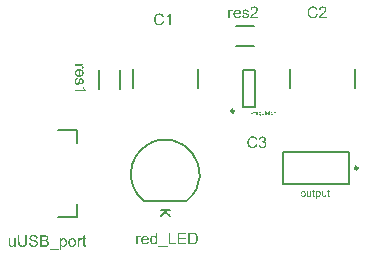
<source format=gto>
G04*
G04 #@! TF.GenerationSoftware,Altium Limited,Altium Designer,20.0.2 (26)*
G04*
G04 Layer_Color=65535*
%FSLAX44Y44*%
%MOMM*%
G71*
G01*
G75*
%ADD10C,0.2500*%
%ADD11C,0.2000*%
%ADD12C,0.1524*%
G36*
X245536Y141484D02*
X245589Y141474D01*
X245652Y141455D01*
X245720Y141431D01*
X245798Y141397D01*
X245880Y141353D01*
X245730Y140975D01*
X245725Y140979D01*
X245706Y140989D01*
X245677Y141004D01*
X245638Y141018D01*
X245594Y141033D01*
X245541Y141047D01*
X245487Y141057D01*
X245434Y141062D01*
X245410D01*
X245386Y141057D01*
X245352Y141052D01*
X245318Y141042D01*
X245274Y141028D01*
X245230Y141009D01*
X245191Y140979D01*
X245187Y140975D01*
X245172Y140965D01*
X245158Y140945D01*
X245133Y140921D01*
X245109Y140887D01*
X245085Y140848D01*
X245061Y140805D01*
X245041Y140751D01*
X245036Y140742D01*
X245031Y140712D01*
X245022Y140669D01*
X245007Y140611D01*
X244993Y140538D01*
X244983Y140455D01*
X244978Y140368D01*
X244973Y140271D01*
Y139000D01*
X244561D01*
Y141435D01*
X244934D01*
Y141067D01*
X244939Y141072D01*
X244959Y141105D01*
X244983Y141149D01*
X245022Y141202D01*
X245061Y141256D01*
X245104Y141314D01*
X245148Y141363D01*
X245191Y141401D01*
X245196Y141406D01*
X245211Y141416D01*
X245240Y141431D01*
X245269Y141445D01*
X245308Y141460D01*
X245357Y141474D01*
X245405Y141484D01*
X245458Y141489D01*
X245492D01*
X245536Y141484D01*
D02*
G37*
G36*
X228575D02*
X228629Y141474D01*
X228692Y141455D01*
X228760Y141431D01*
X228838Y141397D01*
X228920Y141353D01*
X228769Y140975D01*
X228765Y140979D01*
X228745Y140989D01*
X228716Y141004D01*
X228677Y141018D01*
X228634Y141033D01*
X228580Y141047D01*
X228527Y141057D01*
X228474Y141062D01*
X228449D01*
X228425Y141057D01*
X228391Y141052D01*
X228357Y141042D01*
X228314Y141028D01*
X228270Y141009D01*
X228231Y140979D01*
X228226Y140975D01*
X228212Y140965D01*
X228197Y140945D01*
X228173Y140921D01*
X228149Y140887D01*
X228124Y140848D01*
X228100Y140805D01*
X228081Y140751D01*
X228076Y140742D01*
X228071Y140712D01*
X228061Y140669D01*
X228047Y140611D01*
X228032Y140538D01*
X228022Y140455D01*
X228018Y140368D01*
X228013Y140271D01*
Y139000D01*
X227600D01*
Y141435D01*
X227974D01*
Y141067D01*
X227979Y141072D01*
X227998Y141105D01*
X228022Y141149D01*
X228061Y141202D01*
X228100Y141256D01*
X228144Y141314D01*
X228187Y141363D01*
X228231Y141401D01*
X228236Y141406D01*
X228250Y141416D01*
X228280Y141431D01*
X228309Y141445D01*
X228347Y141460D01*
X228396Y141474D01*
X228444Y141484D01*
X228498Y141489D01*
X228532D01*
X228575Y141484D01*
D02*
G37*
G36*
X226310Y139000D02*
X225917D01*
X225000Y141435D01*
X225437D01*
X225961Y139975D01*
Y139970D01*
X225965Y139965D01*
X225970Y139951D01*
X225975Y139936D01*
X225990Y139888D01*
X226009Y139825D01*
X226033Y139752D01*
X226063Y139670D01*
X226087Y139577D01*
X226116Y139485D01*
X226121Y139495D01*
X226126Y139519D01*
X226140Y139558D01*
X226155Y139616D01*
X226179Y139679D01*
X226203Y139762D01*
X226237Y139849D01*
X226271Y139946D01*
X226810Y141435D01*
X227236D01*
X226310Y139000D01*
D02*
G37*
G36*
X236352D02*
X235984D01*
Y139354D01*
X235979Y139349D01*
X235969Y139335D01*
X235954Y139315D01*
X235930Y139291D01*
X235901Y139262D01*
X235867Y139223D01*
X235828Y139189D01*
X235780Y139150D01*
X235727Y139112D01*
X235668Y139078D01*
X235605Y139044D01*
X235537Y139010D01*
X235460Y138985D01*
X235382Y138966D01*
X235295Y138952D01*
X235207Y138947D01*
X235173D01*
X235130Y138952D01*
X235076Y138956D01*
X235013Y138966D01*
X234945Y138981D01*
X234877Y139000D01*
X234805Y139029D01*
X234795Y139034D01*
X234776Y139044D01*
X234742Y139063D01*
X234703Y139087D01*
X234654Y139116D01*
X234611Y139150D01*
X234567Y139189D01*
X234528Y139233D01*
X234523Y139238D01*
X234514Y139257D01*
X234499Y139281D01*
X234480Y139320D01*
X234455Y139364D01*
X234436Y139417D01*
X234417Y139475D01*
X234402Y139538D01*
Y139543D01*
X234397Y139563D01*
X234392Y139592D01*
Y139631D01*
X234387Y139689D01*
X234383Y139752D01*
X234378Y139834D01*
Y139927D01*
Y141435D01*
X234790D01*
Y140082D01*
Y140077D01*
Y140067D01*
Y140053D01*
Y140028D01*
Y139975D01*
X234795Y139907D01*
Y139834D01*
X234800Y139762D01*
X234805Y139699D01*
X234814Y139645D01*
Y139640D01*
X234824Y139621D01*
X234834Y139592D01*
X234848Y139553D01*
X234873Y139514D01*
X234902Y139471D01*
X234936Y139432D01*
X234979Y139393D01*
X234984Y139388D01*
X235004Y139378D01*
X235028Y139364D01*
X235067Y139349D01*
X235110Y139330D01*
X235164Y139315D01*
X235222Y139306D01*
X235290Y139301D01*
X235324D01*
X235358Y139306D01*
X235401Y139311D01*
X235455Y139325D01*
X235513Y139340D01*
X235576Y139364D01*
X235639Y139393D01*
X235649Y139398D01*
X235668Y139412D01*
X235697Y139432D01*
X235731Y139461D01*
X235770Y139500D01*
X235809Y139543D01*
X235843Y139592D01*
X235872Y139650D01*
X235877Y139660D01*
X235882Y139679D01*
X235891Y139718D01*
X235906Y139771D01*
X235921Y139839D01*
X235930Y139922D01*
X235935Y140019D01*
X235940Y140130D01*
Y141435D01*
X236352D01*
Y139000D01*
D02*
G37*
G36*
X239176Y141484D02*
X239249Y141479D01*
X239331Y141469D01*
X239414Y141455D01*
X239496Y141435D01*
X239574Y141411D01*
X239583Y141406D01*
X239608Y141397D01*
X239641Y141382D01*
X239685Y141363D01*
X239734Y141334D01*
X239782Y141304D01*
X239826Y141266D01*
X239865Y141227D01*
X239869Y141222D01*
X239879Y141207D01*
X239894Y141183D01*
X239913Y141154D01*
X239937Y141110D01*
X239957Y141067D01*
X239976Y141013D01*
X239991Y140950D01*
Y140945D01*
X239996Y140931D01*
X240000Y140902D01*
X240005Y140863D01*
Y140810D01*
X240010Y140746D01*
X240015Y140664D01*
Y140572D01*
Y140019D01*
Y140014D01*
Y139994D01*
Y139965D01*
Y139927D01*
Y139883D01*
Y139830D01*
X240020Y139713D01*
Y139592D01*
X240025Y139471D01*
X240030Y139417D01*
Y139369D01*
X240035Y139325D01*
X240039Y139291D01*
Y139286D01*
X240044Y139267D01*
X240049Y139238D01*
X240064Y139199D01*
X240073Y139155D01*
X240093Y139107D01*
X240117Y139053D01*
X240141Y139000D01*
X239709D01*
X239705Y139005D01*
X239700Y139024D01*
X239690Y139049D01*
X239676Y139087D01*
X239661Y139131D01*
X239651Y139184D01*
X239641Y139243D01*
X239632Y139306D01*
X239627D01*
X239622Y139296D01*
X239593Y139272D01*
X239549Y139238D01*
X239491Y139194D01*
X239418Y139150D01*
X239346Y139102D01*
X239268Y139058D01*
X239186Y139024D01*
X239176Y139019D01*
X239147Y139015D01*
X239103Y139000D01*
X239050Y138985D01*
X238982Y138971D01*
X238904Y138961D01*
X238817Y138952D01*
X238729Y138947D01*
X238691D01*
X238661Y138952D01*
X238628D01*
X238589Y138956D01*
X238501Y138971D01*
X238404Y138995D01*
X238298Y139029D01*
X238201Y139078D01*
X238113Y139141D01*
X238104Y139150D01*
X238079Y139175D01*
X238045Y139218D01*
X238007Y139277D01*
X237968Y139349D01*
X237934Y139432D01*
X237910Y139534D01*
X237905Y139582D01*
X237900Y139640D01*
Y139650D01*
Y139670D01*
X237905Y139704D01*
X237910Y139747D01*
X237919Y139801D01*
X237934Y139854D01*
X237953Y139912D01*
X237978Y139965D01*
X237982Y139970D01*
X237992Y139990D01*
X238011Y140019D01*
X238036Y140053D01*
X238065Y140092D01*
X238104Y140130D01*
X238142Y140169D01*
X238191Y140203D01*
X238196Y140208D01*
X238215Y140218D01*
X238239Y140237D01*
X238278Y140257D01*
X238322Y140276D01*
X238375Y140300D01*
X238429Y140320D01*
X238492Y140339D01*
X238497D01*
X238516Y140344D01*
X238545Y140353D01*
X238584Y140358D01*
X238632Y140368D01*
X238696Y140378D01*
X238768Y140392D01*
X238856Y140402D01*
X238860D01*
X238880Y140407D01*
X238904D01*
X238938Y140412D01*
X238977Y140417D01*
X239025Y140426D01*
X239079Y140431D01*
X239137Y140441D01*
X239253Y140465D01*
X239380Y140489D01*
X239491Y140519D01*
X239545Y140533D01*
X239593Y140548D01*
Y140552D01*
Y140562D01*
X239598Y140591D01*
Y140625D01*
Y140645D01*
Y140654D01*
Y140659D01*
Y140664D01*
Y140693D01*
X239593Y140742D01*
X239583Y140795D01*
X239569Y140853D01*
X239545Y140912D01*
X239515Y140965D01*
X239477Y141009D01*
X239472Y141013D01*
X239447Y141033D01*
X239409Y141052D01*
X239360Y141081D01*
X239292Y141105D01*
X239215Y141130D01*
X239118Y141144D01*
X239006Y141149D01*
X238958D01*
X238909Y141144D01*
X238841Y141135D01*
X238773Y141125D01*
X238700Y141105D01*
X238632Y141081D01*
X238574Y141047D01*
X238569Y141042D01*
X238550Y141028D01*
X238526Y141004D01*
X238497Y140965D01*
X238468Y140916D01*
X238433Y140853D01*
X238404Y140776D01*
X238375Y140688D01*
X237973Y140742D01*
Y140746D01*
X237978Y140751D01*
Y140766D01*
X237982Y140785D01*
X237997Y140829D01*
X238016Y140892D01*
X238041Y140955D01*
X238070Y141023D01*
X238109Y141091D01*
X238152Y141154D01*
X238157Y141159D01*
X238176Y141178D01*
X238206Y141207D01*
X238244Y141246D01*
X238298Y141285D01*
X238361Y141324D01*
X238433Y141368D01*
X238516Y141401D01*
X238521D01*
X238526Y141406D01*
X238540Y141411D01*
X238560Y141416D01*
X238608Y141431D01*
X238676Y141445D01*
X238754Y141460D01*
X238851Y141474D01*
X238953Y141484D01*
X239069Y141489D01*
X239122D01*
X239176Y141484D01*
D02*
G37*
G36*
X237400Y139000D02*
X236988D01*
Y142357D01*
X237400D01*
Y139000D01*
D02*
G37*
G36*
X241131Y141435D02*
X241548D01*
Y141115D01*
X241131D01*
Y139684D01*
Y139674D01*
Y139655D01*
Y139626D01*
X241136Y139592D01*
X241141Y139514D01*
X241145Y139480D01*
X241150Y139456D01*
X241155Y139446D01*
X241170Y139427D01*
X241189Y139403D01*
X241223Y139378D01*
X241233Y139374D01*
X241257Y139364D01*
X241301Y139354D01*
X241364Y139349D01*
X241412D01*
X241437Y139354D01*
X241471D01*
X241509Y139359D01*
X241548Y139364D01*
X241602Y139000D01*
X241592D01*
X241572Y138995D01*
X241538Y138990D01*
X241495Y138985D01*
X241446Y138976D01*
X241393Y138971D01*
X241286Y138966D01*
X241247D01*
X241208Y138971D01*
X241160Y138976D01*
X241102Y138981D01*
X241044Y138995D01*
X240990Y139010D01*
X240937Y139034D01*
X240932Y139039D01*
X240917Y139049D01*
X240898Y139063D01*
X240869Y139087D01*
X240845Y139112D01*
X240816Y139145D01*
X240786Y139179D01*
X240767Y139223D01*
Y139228D01*
X240757Y139247D01*
X240753Y139281D01*
X240743Y139330D01*
X240733Y139393D01*
X240728Y139432D01*
Y139475D01*
X240723Y139529D01*
X240718Y139582D01*
Y139640D01*
Y139708D01*
Y141115D01*
X240413D01*
Y141435D01*
X240718D01*
Y142037D01*
X241131Y142284D01*
Y141435D01*
D02*
G37*
G36*
X243023Y141484D02*
X243067Y141479D01*
X243115Y141469D01*
X243169Y141460D01*
X243232Y141450D01*
X243363Y141406D01*
X243431Y141382D01*
X243498Y141348D01*
X243566Y141314D01*
X243634Y141266D01*
X243697Y141217D01*
X243760Y141159D01*
X243765Y141154D01*
X243775Y141144D01*
X243790Y141125D01*
X243809Y141101D01*
X243833Y141067D01*
X243862Y141023D01*
X243891Y140975D01*
X243920Y140921D01*
X243950Y140863D01*
X243979Y140790D01*
X244008Y140717D01*
X244032Y140635D01*
X244051Y140548D01*
X244066Y140455D01*
X244076Y140358D01*
X244081Y140252D01*
Y140247D01*
Y140232D01*
Y140208D01*
Y140174D01*
X244076Y140135D01*
X244071Y140087D01*
Y140038D01*
X244061Y139985D01*
X244047Y139864D01*
X244018Y139742D01*
X243983Y139621D01*
X243935Y139509D01*
Y139504D01*
X243930Y139500D01*
X243920Y139485D01*
X243911Y139466D01*
X243877Y139417D01*
X243833Y139359D01*
X243775Y139291D01*
X243702Y139223D01*
X243620Y139155D01*
X243523Y139092D01*
X243518D01*
X243513Y139087D01*
X243498Y139078D01*
X243474Y139068D01*
X243450Y139058D01*
X243421Y139049D01*
X243348Y139019D01*
X243265Y138995D01*
X243164Y138971D01*
X243057Y138952D01*
X242941Y138947D01*
X242892D01*
X242853Y138952D01*
X242810Y138956D01*
X242761Y138966D01*
X242703Y138976D01*
X242645Y138985D01*
X242514Y139024D01*
X242441Y139053D01*
X242373Y139082D01*
X242305Y139121D01*
X242237Y139165D01*
X242174Y139213D01*
X242111Y139272D01*
X242106Y139277D01*
X242096Y139286D01*
X242082Y139306D01*
X242062Y139335D01*
X242038Y139369D01*
X242014Y139408D01*
X241985Y139456D01*
X241956Y139514D01*
X241926Y139577D01*
X241897Y139650D01*
X241873Y139728D01*
X241849Y139810D01*
X241829Y139902D01*
X241815Y139999D01*
X241805Y140106D01*
X241800Y140218D01*
Y140227D01*
Y140247D01*
X241805Y140281D01*
Y140329D01*
X241810Y140383D01*
X241820Y140451D01*
X241829Y140519D01*
X241849Y140596D01*
X241868Y140674D01*
X241893Y140756D01*
X241922Y140843D01*
X241961Y140926D01*
X241999Y141004D01*
X242053Y141081D01*
X242106Y141154D01*
X242174Y141217D01*
X242179Y141222D01*
X242188Y141227D01*
X242208Y141241D01*
X242232Y141261D01*
X242261Y141280D01*
X242300Y141304D01*
X242339Y141329D01*
X242387Y141353D01*
X242441Y141377D01*
X242499Y141401D01*
X242630Y141445D01*
X242780Y141479D01*
X242858Y141484D01*
X242941Y141489D01*
X242989D01*
X243023Y141484D01*
D02*
G37*
G36*
X230244D02*
X230283Y141479D01*
X230332Y141469D01*
X230385Y141460D01*
X230448Y141445D01*
X230506Y141431D01*
X230574Y141406D01*
X230637Y141382D01*
X230705Y141348D01*
X230773Y141309D01*
X230841Y141266D01*
X230904Y141212D01*
X230962Y141154D01*
X230967Y141149D01*
X230977Y141139D01*
X230991Y141120D01*
X231011Y141091D01*
X231035Y141057D01*
X231059Y141018D01*
X231089Y140970D01*
X231118Y140912D01*
X231147Y140848D01*
X231176Y140780D01*
X231200Y140703D01*
X231224Y140620D01*
X231244Y140528D01*
X231258Y140431D01*
X231268Y140329D01*
X231273Y140218D01*
Y140213D01*
Y140193D01*
Y140160D01*
X231268Y140111D01*
X229449D01*
Y140106D01*
Y140092D01*
X229454Y140072D01*
Y140043D01*
X229458Y140009D01*
X229468Y139970D01*
X229483Y139883D01*
X229512Y139786D01*
X229551Y139679D01*
X229604Y139582D01*
X229672Y139495D01*
X229677D01*
X229682Y139485D01*
X229711Y139461D01*
X229754Y139427D01*
X229813Y139393D01*
X229890Y139354D01*
X229977Y139320D01*
X230075Y139296D01*
X230128Y139291D01*
X230186Y139286D01*
X230225D01*
X230269Y139291D01*
X230322Y139301D01*
X230380Y139315D01*
X230448Y139335D01*
X230511Y139364D01*
X230574Y139403D01*
X230579Y139408D01*
X230603Y139427D01*
X230632Y139456D01*
X230666Y139495D01*
X230705Y139548D01*
X230749Y139616D01*
X230793Y139694D01*
X230831Y139786D01*
X231258Y139733D01*
Y139728D01*
X231254Y139718D01*
X231249Y139699D01*
X231239Y139670D01*
X231224Y139640D01*
X231210Y139602D01*
X231171Y139519D01*
X231122Y139427D01*
X231055Y139330D01*
X230977Y139238D01*
X230880Y139150D01*
X230875D01*
X230865Y139141D01*
X230851Y139131D01*
X230831Y139116D01*
X230802Y139102D01*
X230773Y139087D01*
X230734Y139068D01*
X230691Y139049D01*
X230642Y139029D01*
X230594Y139010D01*
X230472Y138981D01*
X230336Y138956D01*
X230186Y138947D01*
X230133D01*
X230099Y138952D01*
X230055Y138956D01*
X230002Y138966D01*
X229944Y138976D01*
X229881Y138985D01*
X229745Y139024D01*
X229672Y139053D01*
X229604Y139082D01*
X229531Y139121D01*
X229463Y139165D01*
X229400Y139213D01*
X229337Y139272D01*
X229332Y139277D01*
X229323Y139286D01*
X229308Y139306D01*
X229289Y139335D01*
X229264Y139369D01*
X229240Y139408D01*
X229211Y139456D01*
X229182Y139509D01*
X229153Y139572D01*
X229124Y139640D01*
X229099Y139718D01*
X229075Y139801D01*
X229056Y139888D01*
X229041Y139985D01*
X229032Y140087D01*
X229027Y140193D01*
Y140198D01*
Y140223D01*
Y140252D01*
X229032Y140295D01*
X229036Y140349D01*
X229041Y140407D01*
X229051Y140475D01*
X229065Y140543D01*
X229104Y140698D01*
X229128Y140776D01*
X229158Y140858D01*
X229196Y140936D01*
X229240Y141009D01*
X229289Y141081D01*
X229342Y141149D01*
X229347Y141154D01*
X229357Y141164D01*
X229376Y141178D01*
X229400Y141202D01*
X229429Y141227D01*
X229468Y141256D01*
X229512Y141290D01*
X229565Y141319D01*
X229618Y141353D01*
X229682Y141382D01*
X229750Y141411D01*
X229822Y141435D01*
X229900Y141460D01*
X229982Y141474D01*
X230070Y141484D01*
X230162Y141489D01*
X230210D01*
X230244Y141484D01*
D02*
G37*
G36*
X232743D02*
X232777Y141479D01*
X232820Y141469D01*
X232869Y141460D01*
X232922Y141445D01*
X232976Y141426D01*
X233034Y141401D01*
X233092Y141372D01*
X233155Y141338D01*
X233213Y141300D01*
X233272Y141251D01*
X233330Y141198D01*
X233383Y141135D01*
Y141435D01*
X233762D01*
Y139330D01*
Y139325D01*
Y139306D01*
Y139277D01*
Y139238D01*
X233757Y139194D01*
Y139141D01*
X233752Y139082D01*
X233747Y139019D01*
X233732Y138888D01*
X233713Y138753D01*
X233699Y138689D01*
X233684Y138631D01*
X233665Y138578D01*
X233645Y138529D01*
Y138525D01*
X233640Y138520D01*
X233621Y138491D01*
X233597Y138447D01*
X233558Y138394D01*
X233505Y138335D01*
X233441Y138272D01*
X233364Y138209D01*
X233277Y138156D01*
X233272D01*
X233267Y138151D01*
X233252Y138141D01*
X233233Y138137D01*
X233209Y138122D01*
X233179Y138112D01*
X233107Y138088D01*
X233019Y138059D01*
X232913Y138039D01*
X232791Y138020D01*
X232660Y138015D01*
X232617D01*
X232588Y138020D01*
X232549D01*
X232510Y138025D01*
X232461Y138030D01*
X232408Y138039D01*
X232297Y138064D01*
X232180Y138098D01*
X232064Y138146D01*
X231957Y138214D01*
X231952Y138219D01*
X231947Y138224D01*
X231913Y138253D01*
X231874Y138296D01*
X231826Y138360D01*
X231777Y138442D01*
X231734Y138544D01*
X231719Y138602D01*
X231709Y138665D01*
X231700Y138728D01*
Y138801D01*
X232103Y138748D01*
Y138738D01*
X232107Y138719D01*
X232117Y138685D01*
X232127Y138641D01*
X232146Y138597D01*
X232170Y138554D01*
X232199Y138510D01*
X232238Y138476D01*
X232248Y138471D01*
X232267Y138457D01*
X232301Y138437D01*
X232350Y138418D01*
X232408Y138394D01*
X232481Y138374D01*
X232568Y138360D01*
X232660Y138355D01*
X232709D01*
X232757Y138360D01*
X232825Y138369D01*
X232893Y138384D01*
X232966Y138403D01*
X233039Y138432D01*
X233102Y138471D01*
X233107Y138476D01*
X233126Y138491D01*
X233155Y138520D01*
X233189Y138554D01*
X233223Y138602D01*
X233257Y138656D01*
X233291Y138719D01*
X233315Y138791D01*
Y138796D01*
X233320Y138816D01*
X233325Y138855D01*
X233330Y138903D01*
X233335Y138937D01*
Y138976D01*
X233340Y139019D01*
Y139068D01*
Y139121D01*
X233344Y139184D01*
Y139247D01*
Y139320D01*
X233340Y139315D01*
X233330Y139306D01*
X233315Y139291D01*
X233296Y139272D01*
X233272Y139247D01*
X233238Y139218D01*
X233199Y139189D01*
X233160Y139160D01*
X233058Y139102D01*
X232947Y139049D01*
X232883Y139029D01*
X232816Y139015D01*
X232743Y139005D01*
X232670Y139000D01*
X232646D01*
X232622Y139005D01*
X232588D01*
X232544Y139010D01*
X232495Y139019D01*
X232442Y139029D01*
X232384Y139044D01*
X232321Y139063D01*
X232258Y139087D01*
X232195Y139116D01*
X232127Y139150D01*
X232064Y139194D01*
X232001Y139243D01*
X231942Y139296D01*
X231889Y139359D01*
X231884Y139364D01*
X231879Y139374D01*
X231865Y139398D01*
X231845Y139422D01*
X231826Y139461D01*
X231802Y139500D01*
X231777Y139548D01*
X231753Y139606D01*
X231729Y139665D01*
X231705Y139733D01*
X231680Y139801D01*
X231661Y139878D01*
X231627Y140043D01*
X231622Y140135D01*
X231617Y140227D01*
Y140232D01*
Y140242D01*
Y140261D01*
Y140286D01*
X231622Y140320D01*
Y140353D01*
X231632Y140441D01*
X231646Y140538D01*
X231671Y140645D01*
X231700Y140756D01*
X231744Y140868D01*
Y140873D01*
X231748Y140882D01*
X231758Y140897D01*
X231768Y140916D01*
X231797Y140970D01*
X231836Y141038D01*
X231889Y141110D01*
X231952Y141183D01*
X232025Y141261D01*
X232107Y141324D01*
X232112D01*
X232117Y141329D01*
X232132Y141338D01*
X232151Y141348D01*
X232199Y141377D01*
X232267Y141406D01*
X232350Y141435D01*
X232447Y141465D01*
X232554Y141484D01*
X232670Y141489D01*
X232714D01*
X232743Y141484D01*
D02*
G37*
G36*
X83256Y180914D02*
X82184D01*
X82198Y180900D01*
X82297Y180844D01*
X82424Y180774D01*
X82579Y180661D01*
X82734Y180548D01*
X82903Y180421D01*
X83044Y180294D01*
X83157Y180167D01*
X83171Y180153D01*
X83199Y180111D01*
X83241Y180026D01*
X83284Y179942D01*
X83326Y179829D01*
X83368Y179688D01*
X83397Y179547D01*
X83411Y179392D01*
Y179293D01*
X83397Y179167D01*
X83368Y179011D01*
X83312Y178828D01*
X83241Y178631D01*
X83143Y178405D01*
X83016Y178166D01*
X81916Y178603D01*
X81930Y178617D01*
X81959Y178673D01*
X82001Y178758D01*
X82043Y178871D01*
X82086Y178997D01*
X82128Y179152D01*
X82156Y179307D01*
X82170Y179463D01*
Y179533D01*
X82156Y179604D01*
X82142Y179702D01*
X82114Y179801D01*
X82071Y179928D01*
X82015Y180055D01*
X81930Y180167D01*
X81916Y180182D01*
X81888Y180224D01*
X81832Y180266D01*
X81761Y180336D01*
X81663Y180407D01*
X81550Y180478D01*
X81423Y180548D01*
X81268Y180604D01*
X81240Y180618D01*
X81155Y180633D01*
X81028Y180661D01*
X80859Y180703D01*
X80648Y180745D01*
X80408Y180774D01*
X80154Y180788D01*
X79872Y180802D01*
X76179D01*
Y182000D01*
X83256D01*
Y180914D01*
D02*
G37*
G36*
X79943Y177841D02*
X80098Y177827D01*
X80267Y177813D01*
X80464Y177785D01*
X80662Y177743D01*
X81113Y177630D01*
X81338Y177559D01*
X81578Y177475D01*
X81804Y177362D01*
X82015Y177235D01*
X82226Y177094D01*
X82424Y176939D01*
X82438Y176925D01*
X82466Y176897D01*
X82508Y176840D01*
X82579Y176770D01*
X82649Y176685D01*
X82734Y176573D01*
X82833Y176446D01*
X82917Y176291D01*
X83016Y176136D01*
X83100Y175952D01*
X83185Y175755D01*
X83256Y175544D01*
X83326Y175318D01*
X83368Y175078D01*
X83397Y174825D01*
X83411Y174557D01*
Y174416D01*
X83397Y174317D01*
X83382Y174204D01*
X83354Y174063D01*
X83326Y173908D01*
X83284Y173725D01*
X83241Y173556D01*
X83171Y173358D01*
X83100Y173175D01*
X83002Y172978D01*
X82889Y172781D01*
X82762Y172583D01*
X82607Y172400D01*
X82438Y172231D01*
X82424Y172217D01*
X82396Y172188D01*
X82339Y172146D01*
X82255Y172090D01*
X82156Y172019D01*
X82043Y171949D01*
X81902Y171864D01*
X81733Y171780D01*
X81550Y171695D01*
X81352Y171611D01*
X81127Y171540D01*
X80887Y171469D01*
X80619Y171413D01*
X80337Y171371D01*
X80041Y171343D01*
X79717Y171329D01*
X79703D01*
X79647D01*
X79548D01*
X79407Y171343D01*
Y176629D01*
X79393D01*
X79351D01*
X79294Y176615D01*
X79210D01*
X79111Y176601D01*
X78998Y176573D01*
X78745Y176530D01*
X78463Y176446D01*
X78152Y176333D01*
X77870Y176178D01*
X77617Y175981D01*
Y175966D01*
X77589Y175952D01*
X77518Y175868D01*
X77419Y175741D01*
X77321Y175572D01*
X77208Y175346D01*
X77109Y175093D01*
X77039Y174811D01*
X77025Y174655D01*
X77010Y174486D01*
Y174373D01*
X77025Y174247D01*
X77053Y174092D01*
X77095Y173922D01*
X77151Y173725D01*
X77236Y173542D01*
X77349Y173358D01*
X77363Y173344D01*
X77419Y173274D01*
X77504Y173189D01*
X77617Y173091D01*
X77772Y172978D01*
X77969Y172851D01*
X78195Y172724D01*
X78463Y172611D01*
X78307Y171371D01*
X78293D01*
X78265Y171385D01*
X78209Y171399D01*
X78124Y171427D01*
X78040Y171469D01*
X77927Y171512D01*
X77687Y171625D01*
X77419Y171766D01*
X77137Y171963D01*
X76870Y172188D01*
X76616Y172470D01*
Y172484D01*
X76588Y172513D01*
X76559Y172555D01*
X76517Y172611D01*
X76475Y172696D01*
X76433Y172781D01*
X76376Y172893D01*
X76320Y173020D01*
X76263Y173161D01*
X76207Y173302D01*
X76122Y173655D01*
X76052Y174049D01*
X76024Y174486D01*
Y174641D01*
X76038Y174740D01*
X76052Y174867D01*
X76080Y175022D01*
X76108Y175191D01*
X76136Y175374D01*
X76249Y175769D01*
X76334Y175981D01*
X76418Y176178D01*
X76531Y176389D01*
X76658Y176587D01*
X76799Y176770D01*
X76968Y176953D01*
X76982Y176967D01*
X77010Y176996D01*
X77067Y177038D01*
X77151Y177094D01*
X77250Y177165D01*
X77363Y177235D01*
X77504Y177320D01*
X77659Y177404D01*
X77842Y177489D01*
X78040Y177574D01*
X78265Y177644D01*
X78505Y177715D01*
X78759Y177771D01*
X79040Y177813D01*
X79337Y177841D01*
X79647Y177855D01*
X79661D01*
X79731D01*
X79816D01*
X79943Y177841D01*
D02*
G37*
G36*
X78477Y169158D02*
X78463D01*
X78448D01*
X78364Y169129D01*
X78223Y169101D01*
X78068Y169045D01*
X77899Y168974D01*
X77715Y168890D01*
X77532Y168763D01*
X77377Y168608D01*
X77363Y168580D01*
X77321Y168523D01*
X77264Y168410D01*
X77194Y168270D01*
X77123Y168086D01*
X77067Y167875D01*
X77025Y167621D01*
X77010Y167325D01*
Y167184D01*
X77025Y167043D01*
X77053Y166860D01*
X77095Y166663D01*
X77151Y166451D01*
X77222Y166268D01*
X77335Y166099D01*
X77349Y166084D01*
X77391Y166028D01*
X77462Y165972D01*
X77560Y165887D01*
X77673Y165817D01*
X77814Y165746D01*
X77955Y165704D01*
X78124Y165690D01*
X78138D01*
X78195D01*
X78265Y165704D01*
X78364Y165732D01*
X78463Y165774D01*
X78561Y165845D01*
X78674Y165929D01*
X78759Y166056D01*
X78773Y166070D01*
X78787Y166113D01*
X78829Y166183D01*
X78871Y166296D01*
X78928Y166465D01*
X78970Y166564D01*
X78998Y166677D01*
X79040Y166803D01*
X79083Y166944D01*
X79125Y167099D01*
X79167Y167283D01*
Y167297D01*
X79181Y167339D01*
X79196Y167410D01*
X79224Y167494D01*
X79252Y167607D01*
X79294Y167734D01*
X79365Y168002D01*
X79463Y168312D01*
X79548Y168608D01*
X79647Y168890D01*
X79703Y169017D01*
X79745Y169115D01*
X79759Y169144D01*
X79788Y169200D01*
X79844Y169284D01*
X79914Y169397D01*
X80013Y169524D01*
X80126Y169651D01*
X80253Y169778D01*
X80408Y169891D01*
X80422Y169905D01*
X80478Y169933D01*
X80577Y169975D01*
X80690Y170018D01*
X80831Y170060D01*
X81000Y170102D01*
X81169Y170130D01*
X81367Y170144D01*
X81395D01*
X81451D01*
X81536Y170130D01*
X81663Y170116D01*
X81789Y170088D01*
X81945Y170060D01*
X82086Y170003D01*
X82240Y169933D01*
X82255Y169919D01*
X82311Y169891D01*
X82381Y169848D01*
X82480Y169778D01*
X82579Y169693D01*
X82706Y169595D01*
X82818Y169482D01*
X82917Y169341D01*
X82931Y169327D01*
X82945Y169284D01*
X82988Y169228D01*
X83030Y169144D01*
X83086Y169031D01*
X83143Y168904D01*
X83199Y168749D01*
X83256Y168580D01*
X83270Y168552D01*
X83284Y168495D01*
X83312Y168396D01*
X83340Y168270D01*
X83368Y168114D01*
X83382Y167945D01*
X83411Y167748D01*
Y167410D01*
X83397Y167255D01*
X83382Y167043D01*
X83354Y166817D01*
X83298Y166578D01*
X83241Y166324D01*
X83157Y166084D01*
Y166070D01*
X83143Y166056D01*
X83115Y165986D01*
X83058Y165873D01*
X82988Y165732D01*
X82889Y165577D01*
X82776Y165422D01*
X82649Y165281D01*
X82508Y165154D01*
X82494Y165140D01*
X82438Y165112D01*
X82339Y165055D01*
X82226Y164985D01*
X82057Y164914D01*
X81874Y164844D01*
X81663Y164788D01*
X81423Y164731D01*
X81268Y165901D01*
X81296D01*
X81352Y165915D01*
X81451Y165944D01*
X81578Y165986D01*
X81705Y166056D01*
X81846Y166141D01*
X81987Y166239D01*
X82114Y166381D01*
X82128Y166395D01*
X82156Y166451D01*
X82212Y166536D01*
X82269Y166663D01*
X82325Y166803D01*
X82381Y166987D01*
X82410Y167212D01*
X82424Y167452D01*
Y167593D01*
X82410Y167734D01*
X82396Y167917D01*
X82353Y168100D01*
X82311Y168298D01*
X82240Y168481D01*
X82142Y168636D01*
X82128Y168650D01*
X82100Y168692D01*
X82043Y168749D01*
X81959Y168805D01*
X81874Y168876D01*
X81761Y168932D01*
X81634Y168974D01*
X81508Y168988D01*
X81493D01*
X81465D01*
X81423Y168974D01*
X81367D01*
X81226Y168932D01*
X81085Y168848D01*
X81070Y168833D01*
X81056Y168819D01*
X81014Y168791D01*
X80972Y168735D01*
X80929Y168678D01*
X80873Y168594D01*
X80831Y168495D01*
X80774Y168382D01*
Y168368D01*
X80760Y168340D01*
X80746Y168284D01*
X80704Y168185D01*
X80662Y168044D01*
X80619Y167861D01*
X80577Y167748D01*
X80549Y167621D01*
X80507Y167480D01*
X80464Y167325D01*
Y167311D01*
X80450Y167269D01*
X80436Y167198D01*
X80408Y167114D01*
X80380Y167015D01*
X80351Y166888D01*
X80267Y166620D01*
X80182Y166324D01*
X80084Y166028D01*
X79985Y165760D01*
X79943Y165648D01*
X79900Y165549D01*
X79886Y165521D01*
X79858Y165464D01*
X79816Y165380D01*
X79745Y165253D01*
X79661Y165126D01*
X79548Y164999D01*
X79421Y164872D01*
X79280Y164759D01*
X79266Y164745D01*
X79210Y164717D01*
X79125Y164661D01*
X78998Y164604D01*
X78843Y164562D01*
X78674Y164506D01*
X78477Y164477D01*
X78251Y164463D01*
X78223D01*
X78152D01*
X78040Y164477D01*
X77885Y164506D01*
X77715Y164548D01*
X77532Y164618D01*
X77321Y164703D01*
X77123Y164816D01*
X77095Y164830D01*
X77039Y164886D01*
X76940Y164957D01*
X76827Y165070D01*
X76700Y165225D01*
X76559Y165394D01*
X76433Y165591D01*
X76306Y165831D01*
Y165845D01*
X76292Y165859D01*
X76263Y165944D01*
X76221Y166084D01*
X76165Y166268D01*
X76108Y166493D01*
X76066Y166747D01*
X76038Y167015D01*
X76024Y167325D01*
Y167452D01*
X76038Y167551D01*
Y167663D01*
X76052Y167804D01*
X76066Y167945D01*
X76094Y168100D01*
X76165Y168439D01*
X76263Y168791D01*
X76404Y169129D01*
X76489Y169284D01*
X76588Y169426D01*
X76602Y169440D01*
X76616Y169454D01*
X76700Y169538D01*
X76827Y169665D01*
X77025Y169806D01*
X77264Y169961D01*
X77546Y170116D01*
X77899Y170243D01*
X78293Y170342D01*
X78477Y169158D01*
D02*
G37*
G36*
X83523Y162447D02*
X83552Y162419D01*
X83566Y162363D01*
X83608Y162292D01*
X83650Y162208D01*
X83707Y162109D01*
X83848Y161870D01*
X84003Y161588D01*
X84200Y161306D01*
X84426Y161010D01*
X84665Y160714D01*
X84679Y160699D01*
X84693Y160685D01*
X84736Y160643D01*
X84778Y160587D01*
X84919Y160460D01*
X85088Y160291D01*
X85286Y160121D01*
X85511Y159938D01*
X85737Y159783D01*
X85976Y159642D01*
Y158867D01*
X76179D01*
Y160065D01*
X83805D01*
X83791Y160079D01*
X83735Y160150D01*
X83650Y160234D01*
X83552Y160375D01*
X83425Y160530D01*
X83284Y160728D01*
X83129Y160953D01*
X82974Y161207D01*
Y161221D01*
X82959Y161235D01*
X82903Y161320D01*
X82833Y161461D01*
X82748Y161630D01*
X82649Y161827D01*
X82551Y162039D01*
X82452Y162250D01*
X82367Y162461D01*
X83523D01*
Y162447D01*
D02*
G37*
G36*
X208834Y228218D02*
X208989Y228190D01*
X209172Y228133D01*
X209369Y228063D01*
X209595Y227964D01*
X209834Y227837D01*
X209397Y226737D01*
X209383Y226752D01*
X209327Y226780D01*
X209242Y226822D01*
X209130Y226864D01*
X209003Y226907D01*
X208848Y226949D01*
X208692Y226977D01*
X208538Y226991D01*
X208467D01*
X208396Y226977D01*
X208298Y226963D01*
X208199Y226935D01*
X208072Y226893D01*
X207945Y226836D01*
X207833Y226752D01*
X207819Y226737D01*
X207776Y226709D01*
X207734Y226653D01*
X207663Y226582D01*
X207593Y226484D01*
X207523Y226371D01*
X207452Y226244D01*
X207396Y226089D01*
X207381Y226061D01*
X207367Y225976D01*
X207339Y225849D01*
X207297Y225680D01*
X207255Y225469D01*
X207226Y225229D01*
X207212Y224975D01*
X207198Y224693D01*
Y221000D01*
X206000D01*
Y228077D01*
X207085D01*
Y227005D01*
X207100Y227019D01*
X207156Y227118D01*
X207226Y227245D01*
X207339Y227400D01*
X207452Y227555D01*
X207579Y227724D01*
X207706Y227865D01*
X207833Y227978D01*
X207847Y227992D01*
X207889Y228020D01*
X207974Y228063D01*
X208058Y228105D01*
X208171Y228147D01*
X208312Y228190D01*
X208453Y228218D01*
X208608Y228232D01*
X208707D01*
X208834Y228218D01*
D02*
G37*
G36*
X220746D02*
X220957Y228204D01*
X221182Y228175D01*
X221422Y228119D01*
X221676Y228063D01*
X221915Y227978D01*
X221930D01*
X221944Y227964D01*
X222014Y227936D01*
X222127Y227879D01*
X222268Y227809D01*
X222423Y227710D01*
X222578Y227597D01*
X222719Y227470D01*
X222846Y227330D01*
X222860Y227315D01*
X222888Y227259D01*
X222945Y227160D01*
X223015Y227048D01*
X223086Y226878D01*
X223156Y226695D01*
X223212Y226484D01*
X223269Y226244D01*
X222099Y226089D01*
Y226117D01*
X222085Y226174D01*
X222057Y226272D01*
X222014Y226399D01*
X221944Y226526D01*
X221859Y226667D01*
X221760Y226808D01*
X221619Y226935D01*
X221605Y226949D01*
X221549Y226977D01*
X221464Y227034D01*
X221338Y227090D01*
X221197Y227146D01*
X221013Y227203D01*
X220788Y227231D01*
X220548Y227245D01*
X220407D01*
X220266Y227231D01*
X220083Y227217D01*
X219900Y227174D01*
X219702Y227132D01*
X219519Y227062D01*
X219364Y226963D01*
X219350Y226949D01*
X219308Y226921D01*
X219251Y226864D01*
X219195Y226780D01*
X219124Y226695D01*
X219068Y226582D01*
X219026Y226455D01*
X219011Y226329D01*
Y226315D01*
Y226286D01*
X219026Y226244D01*
Y226188D01*
X219068Y226047D01*
X219153Y225906D01*
X219167Y225892D01*
X219181Y225878D01*
X219209Y225835D01*
X219265Y225793D01*
X219322Y225751D01*
X219406Y225694D01*
X219505Y225652D01*
X219618Y225596D01*
X219632D01*
X219660Y225581D01*
X219716Y225567D01*
X219815Y225525D01*
X219956Y225483D01*
X220139Y225441D01*
X220252Y225398D01*
X220379Y225370D01*
X220520Y225328D01*
X220675Y225285D01*
X220689D01*
X220731Y225271D01*
X220802Y225257D01*
X220886Y225229D01*
X220985Y225201D01*
X221112Y225173D01*
X221380Y225088D01*
X221676Y225004D01*
X221972Y224905D01*
X222240Y224806D01*
X222353Y224764D01*
X222451Y224722D01*
X222479Y224708D01*
X222536Y224679D01*
X222620Y224637D01*
X222747Y224566D01*
X222874Y224482D01*
X223001Y224369D01*
X223128Y224242D01*
X223241Y224101D01*
X223255Y224087D01*
X223283Y224031D01*
X223339Y223946D01*
X223396Y223819D01*
X223438Y223664D01*
X223494Y223495D01*
X223523Y223298D01*
X223537Y223072D01*
Y223044D01*
Y222974D01*
X223523Y222861D01*
X223494Y222706D01*
X223452Y222537D01*
X223382Y222353D01*
X223297Y222142D01*
X223184Y221945D01*
X223170Y221916D01*
X223114Y221860D01*
X223043Y221761D01*
X222931Y221649D01*
X222775Y221522D01*
X222606Y221381D01*
X222409Y221254D01*
X222169Y221127D01*
X222155D01*
X222141Y221113D01*
X222057Y221085D01*
X221915Y221042D01*
X221732Y220986D01*
X221507Y220930D01*
X221253Y220887D01*
X220985Y220859D01*
X220675Y220845D01*
X220548D01*
X220449Y220859D01*
X220337D01*
X220196Y220873D01*
X220055Y220887D01*
X219900Y220915D01*
X219561Y220986D01*
X219209Y221085D01*
X218871Y221225D01*
X218715Y221310D01*
X218575Y221409D01*
X218560Y221423D01*
X218546Y221437D01*
X218462Y221522D01*
X218335Y221649D01*
X218194Y221846D01*
X218039Y222085D01*
X217884Y222367D01*
X217757Y222720D01*
X217658Y223114D01*
X218842Y223298D01*
Y223284D01*
Y223270D01*
X218871Y223185D01*
X218899Y223044D01*
X218955Y222889D01*
X219026Y222720D01*
X219110Y222537D01*
X219237Y222353D01*
X219392Y222198D01*
X219420Y222184D01*
X219477Y222142D01*
X219590Y222085D01*
X219730Y222015D01*
X219914Y221945D01*
X220125Y221888D01*
X220379Y221846D01*
X220675Y221832D01*
X220816D01*
X220957Y221846D01*
X221140Y221874D01*
X221338Y221916D01*
X221549Y221973D01*
X221732Y222043D01*
X221901Y222156D01*
X221915Y222170D01*
X221972Y222212D01*
X222028Y222283D01*
X222113Y222381D01*
X222183Y222494D01*
X222254Y222635D01*
X222296Y222776D01*
X222310Y222945D01*
Y222959D01*
Y223016D01*
X222296Y223086D01*
X222268Y223185D01*
X222226Y223284D01*
X222155Y223382D01*
X222071Y223495D01*
X221944Y223580D01*
X221930Y223594D01*
X221887Y223608D01*
X221817Y223650D01*
X221704Y223692D01*
X221535Y223749D01*
X221436Y223791D01*
X221323Y223819D01*
X221197Y223862D01*
X221056Y223904D01*
X220900Y223946D01*
X220717Y223989D01*
X220703D01*
X220661Y224003D01*
X220590Y224017D01*
X220506Y224045D01*
X220393Y224073D01*
X220266Y224115D01*
X219998Y224186D01*
X219688Y224285D01*
X219392Y224369D01*
X219110Y224468D01*
X218983Y224524D01*
X218885Y224566D01*
X218857Y224581D01*
X218800Y224609D01*
X218715Y224665D01*
X218603Y224736D01*
X218476Y224834D01*
X218349Y224947D01*
X218222Y225074D01*
X218109Y225229D01*
X218095Y225243D01*
X218067Y225300D01*
X218025Y225398D01*
X217982Y225511D01*
X217940Y225652D01*
X217898Y225821D01*
X217870Y225990D01*
X217856Y226188D01*
Y226216D01*
Y226272D01*
X217870Y226357D01*
X217884Y226484D01*
X217912Y226611D01*
X217940Y226766D01*
X217997Y226907D01*
X218067Y227062D01*
X218081Y227076D01*
X218109Y227132D01*
X218152Y227203D01*
X218222Y227301D01*
X218307Y227400D01*
X218405Y227527D01*
X218518Y227640D01*
X218659Y227738D01*
X218673Y227752D01*
X218715Y227766D01*
X218772Y227809D01*
X218857Y227851D01*
X218969Y227908D01*
X219096Y227964D01*
X219251Y228020D01*
X219420Y228077D01*
X219449Y228091D01*
X219505Y228105D01*
X219604Y228133D01*
X219730Y228161D01*
X219886Y228190D01*
X220055Y228204D01*
X220252Y228232D01*
X220590D01*
X220746Y228218D01*
D02*
G37*
G36*
X228090Y230783D02*
X228203Y230769D01*
X228344Y230755D01*
X228499Y230727D01*
X228654Y230699D01*
X229020Y230600D01*
X229387Y230459D01*
X229570Y230375D01*
X229753Y230276D01*
X229923Y230149D01*
X230078Y230008D01*
X230092Y229994D01*
X230120Y229980D01*
X230148Y229923D01*
X230205Y229867D01*
X230275Y229797D01*
X230345Y229698D01*
X230416Y229599D01*
X230501Y229472D01*
X230642Y229204D01*
X230783Y228866D01*
X230839Y228697D01*
X230867Y228500D01*
X230895Y228302D01*
X230909Y228091D01*
Y228063D01*
Y227992D01*
X230895Y227879D01*
X230881Y227724D01*
X230853Y227555D01*
X230797Y227358D01*
X230740Y227146D01*
X230656Y226935D01*
X230642Y226907D01*
X230613Y226836D01*
X230557Y226723D01*
X230472Y226568D01*
X230360Y226399D01*
X230219Y226188D01*
X230049Y225976D01*
X229852Y225737D01*
X229824Y225708D01*
X229753Y225624D01*
X229683Y225553D01*
X229613Y225483D01*
X229528Y225398D01*
X229415Y225285D01*
X229302Y225173D01*
X229161Y225046D01*
X229020Y224905D01*
X228851Y224750D01*
X228668Y224595D01*
X228471Y224412D01*
X228245Y224228D01*
X228020Y224031D01*
X228005Y224017D01*
X227977Y223989D01*
X227921Y223946D01*
X227850Y223890D01*
X227766Y223805D01*
X227667Y223721D01*
X227442Y223537D01*
X227202Y223326D01*
X226976Y223114D01*
X226779Y222931D01*
X226694Y222861D01*
X226624Y222790D01*
X226610Y222776D01*
X226567Y222734D01*
X226511Y222677D01*
X226441Y222593D01*
X226370Y222494D01*
X226286Y222396D01*
X226116Y222156D01*
X230924D01*
Y221000D01*
X224453D01*
Y221014D01*
Y221070D01*
Y221155D01*
X224467Y221268D01*
X224481Y221395D01*
X224509Y221536D01*
X224538Y221677D01*
X224594Y221832D01*
Y221846D01*
X224608Y221860D01*
X224636Y221945D01*
X224693Y222071D01*
X224777Y222241D01*
X224890Y222438D01*
X225031Y222663D01*
X225186Y222889D01*
X225383Y223129D01*
Y223143D01*
X225412Y223157D01*
X225482Y223241D01*
X225609Y223368D01*
X225792Y223552D01*
X226004Y223763D01*
X226271Y224017D01*
X226596Y224299D01*
X226948Y224595D01*
X226962Y224609D01*
X227019Y224651D01*
X227103Y224722D01*
X227202Y224806D01*
X227329Y224919D01*
X227484Y225046D01*
X227639Y225187D01*
X227822Y225342D01*
X228175Y225680D01*
X228527Y226019D01*
X228696Y226188D01*
X228851Y226357D01*
X228992Y226512D01*
X229105Y226667D01*
Y226681D01*
X229133Y226695D01*
X229161Y226737D01*
X229190Y226794D01*
X229288Y226949D01*
X229401Y227132D01*
X229500Y227358D01*
X229598Y227597D01*
X229655Y227865D01*
X229683Y228119D01*
Y228133D01*
Y228147D01*
X229669Y228232D01*
X229655Y228373D01*
X229613Y228528D01*
X229556Y228725D01*
X229457Y228923D01*
X229331Y229120D01*
X229161Y229317D01*
X229133Y229345D01*
X229063Y229402D01*
X228964Y229472D01*
X228809Y229571D01*
X228612Y229655D01*
X228386Y229740D01*
X228118Y229797D01*
X227822Y229811D01*
X227738D01*
X227681Y229797D01*
X227512Y229782D01*
X227315Y229740D01*
X227103Y229684D01*
X226864Y229585D01*
X226638Y229458D01*
X226427Y229289D01*
X226398Y229261D01*
X226342Y229190D01*
X226257Y229078D01*
X226173Y228908D01*
X226074Y228711D01*
X225989Y228457D01*
X225933Y228175D01*
X225905Y227851D01*
X224678Y227978D01*
Y227992D01*
X224693Y228034D01*
Y228105D01*
X224707Y228204D01*
X224735Y228316D01*
X224763Y228443D01*
X224805Y228598D01*
X224848Y228753D01*
X224960Y229092D01*
X225130Y229430D01*
X225228Y229599D01*
X225355Y229768D01*
X225482Y229923D01*
X225623Y230064D01*
X225637Y230079D01*
X225665Y230093D01*
X225708Y230135D01*
X225778Y230177D01*
X225863Y230233D01*
X225961Y230290D01*
X226074Y230360D01*
X226215Y230431D01*
X226370Y230501D01*
X226539Y230572D01*
X226723Y230628D01*
X226920Y230685D01*
X227131Y230727D01*
X227357Y230769D01*
X227597Y230783D01*
X227850Y230797D01*
X227991D01*
X228090Y230783D01*
D02*
G37*
G36*
X213683Y228218D02*
X213796Y228204D01*
X213937Y228175D01*
X214092Y228147D01*
X214275Y228105D01*
X214444Y228063D01*
X214641Y227992D01*
X214825Y227922D01*
X215022Y227823D01*
X215219Y227710D01*
X215417Y227583D01*
X215600Y227428D01*
X215769Y227259D01*
X215783Y227245D01*
X215812Y227217D01*
X215854Y227160D01*
X215910Y227076D01*
X215981Y226977D01*
X216051Y226864D01*
X216136Y226723D01*
X216220Y226554D01*
X216305Y226371D01*
X216390Y226174D01*
X216460Y225948D01*
X216530Y225708D01*
X216587Y225441D01*
X216629Y225159D01*
X216657Y224863D01*
X216671Y224538D01*
Y224524D01*
Y224468D01*
Y224369D01*
X216657Y224228D01*
X211371D01*
Y224214D01*
Y224172D01*
X211385Y224115D01*
Y224031D01*
X211399Y223932D01*
X211427Y223819D01*
X211470Y223566D01*
X211554Y223284D01*
X211667Y222974D01*
X211822Y222692D01*
X212019Y222438D01*
X212034D01*
X212048Y222410D01*
X212132Y222339D01*
X212259Y222241D01*
X212428Y222142D01*
X212654Y222029D01*
X212908Y221930D01*
X213190Y221860D01*
X213344Y221846D01*
X213514Y221832D01*
X213626D01*
X213753Y221846D01*
X213908Y221874D01*
X214078Y221916D01*
X214275Y221973D01*
X214458Y222057D01*
X214641Y222170D01*
X214656Y222184D01*
X214726Y222241D01*
X214811Y222325D01*
X214909Y222438D01*
X215022Y222593D01*
X215149Y222790D01*
X215276Y223016D01*
X215389Y223284D01*
X216629Y223129D01*
Y223114D01*
X216615Y223086D01*
X216601Y223030D01*
X216573Y222945D01*
X216530Y222861D01*
X216488Y222748D01*
X216375Y222508D01*
X216234Y222241D01*
X216037Y221959D01*
X215812Y221691D01*
X215530Y221437D01*
X215515D01*
X215487Y221409D01*
X215445Y221381D01*
X215389Y221338D01*
X215304Y221296D01*
X215219Y221254D01*
X215107Y221197D01*
X214980Y221141D01*
X214839Y221085D01*
X214698Y221028D01*
X214345Y220944D01*
X213951Y220873D01*
X213514Y220845D01*
X213359D01*
X213260Y220859D01*
X213133Y220873D01*
X212978Y220901D01*
X212809Y220930D01*
X212626Y220958D01*
X212231Y221070D01*
X212019Y221155D01*
X211822Y221240D01*
X211611Y221352D01*
X211413Y221479D01*
X211230Y221620D01*
X211047Y221789D01*
X211033Y221803D01*
X211004Y221832D01*
X210962Y221888D01*
X210906Y221973D01*
X210835Y222071D01*
X210765Y222184D01*
X210680Y222325D01*
X210596Y222480D01*
X210511Y222663D01*
X210427Y222861D01*
X210356Y223086D01*
X210285Y223326D01*
X210229Y223580D01*
X210187Y223862D01*
X210159Y224158D01*
X210145Y224468D01*
Y224482D01*
Y224552D01*
Y224637D01*
X210159Y224764D01*
X210173Y224919D01*
X210187Y225088D01*
X210215Y225285D01*
X210257Y225483D01*
X210370Y225934D01*
X210441Y226159D01*
X210525Y226399D01*
X210638Y226625D01*
X210765Y226836D01*
X210906Y227048D01*
X211061Y227245D01*
X211075Y227259D01*
X211103Y227287D01*
X211159Y227330D01*
X211230Y227400D01*
X211315Y227470D01*
X211427Y227555D01*
X211554Y227654D01*
X211709Y227738D01*
X211864Y227837D01*
X212048Y227922D01*
X212245Y228006D01*
X212456Y228077D01*
X212682Y228147D01*
X212922Y228190D01*
X213175Y228218D01*
X213443Y228232D01*
X213584D01*
X213683Y228218D01*
D02*
G37*
G36*
X226835Y120910D02*
X226962Y120896D01*
X227117Y120882D01*
X227272Y120868D01*
X227456Y120826D01*
X227836Y120741D01*
X228259Y120614D01*
X228470Y120530D01*
X228668Y120431D01*
X228865Y120304D01*
X229063Y120177D01*
X229077Y120163D01*
X229105Y120149D01*
X229161Y120107D01*
X229232Y120036D01*
X229302Y119966D01*
X229401Y119867D01*
X229500Y119754D01*
X229612Y119642D01*
X229725Y119501D01*
X229838Y119331D01*
X229965Y119162D01*
X230078Y118979D01*
X230176Y118767D01*
X230289Y118556D01*
X230374Y118330D01*
X230458Y118077D01*
X229189Y117781D01*
Y117795D01*
X229175Y117823D01*
X229147Y117879D01*
X229119Y117950D01*
X229091Y118034D01*
X229049Y118147D01*
X228936Y118373D01*
X228795Y118626D01*
X228626Y118880D01*
X228414Y119120D01*
X228189Y119331D01*
X228160Y119360D01*
X228076Y119416D01*
X227935Y119486D01*
X227752Y119585D01*
X227512Y119670D01*
X227244Y119754D01*
X226920Y119811D01*
X226567Y119825D01*
X226455D01*
X226384Y119811D01*
X226285D01*
X226173Y119796D01*
X225905Y119754D01*
X225609Y119698D01*
X225299Y119599D01*
X224974Y119458D01*
X224678Y119275D01*
X224664D01*
X224650Y119247D01*
X224552Y119176D01*
X224425Y119064D01*
X224270Y118894D01*
X224086Y118683D01*
X223917Y118443D01*
X223762Y118147D01*
X223621Y117823D01*
Y117809D01*
X223607Y117781D01*
X223593Y117738D01*
X223579Y117668D01*
X223551Y117583D01*
X223522Y117485D01*
X223480Y117245D01*
X223424Y116963D01*
X223367Y116653D01*
X223339Y116315D01*
X223325Y115948D01*
Y115934D01*
Y115892D01*
Y115821D01*
Y115737D01*
X223339Y115638D01*
Y115511D01*
X223353Y115370D01*
X223367Y115215D01*
X223410Y114877D01*
X223480Y114510D01*
X223565Y114144D01*
X223678Y113777D01*
Y113763D01*
X223692Y113735D01*
X223720Y113693D01*
X223748Y113622D01*
X223833Y113453D01*
X223960Y113256D01*
X224114Y113030D01*
X224312Y112790D01*
X224537Y112579D01*
X224805Y112381D01*
X224819D01*
X224848Y112367D01*
X224890Y112339D01*
X224946Y112311D01*
X225017Y112283D01*
X225101Y112240D01*
X225299Y112156D01*
X225552Y112071D01*
X225834Y112001D01*
X226145Y111945D01*
X226469Y111930D01*
X226567D01*
X226652Y111945D01*
X226751D01*
X226849Y111959D01*
X227103Y112015D01*
X227399Y112086D01*
X227695Y112198D01*
X228005Y112353D01*
X228160Y112438D01*
X228301Y112551D01*
X228315Y112565D01*
X228330Y112579D01*
X228372Y112621D01*
X228428Y112663D01*
X228485Y112734D01*
X228555Y112818D01*
X228640Y112903D01*
X228710Y113016D01*
X228795Y113143D01*
X228893Y113284D01*
X228978Y113425D01*
X229063Y113594D01*
X229133Y113777D01*
X229204Y113975D01*
X229274Y114186D01*
X229330Y114411D01*
X230627Y114087D01*
Y114073D01*
X230613Y114017D01*
X230585Y113932D01*
X230543Y113819D01*
X230501Y113693D01*
X230444Y113538D01*
X230374Y113368D01*
X230289Y113185D01*
X230092Y112790D01*
X229838Y112396D01*
X229683Y112198D01*
X229528Y112001D01*
X229359Y111832D01*
X229161Y111663D01*
X229147Y111649D01*
X229119Y111620D01*
X229049Y111592D01*
X228978Y111536D01*
X228865Y111465D01*
X228752Y111395D01*
X228597Y111324D01*
X228442Y111254D01*
X228259Y111169D01*
X228062Y111099D01*
X227850Y111028D01*
X227625Y110958D01*
X227385Y110901D01*
X227131Y110873D01*
X226863Y110845D01*
X226581Y110831D01*
X226426D01*
X226314Y110845D01*
X226187D01*
X226032Y110859D01*
X225863Y110887D01*
X225665Y110915D01*
X225256Y110986D01*
X224834Y111099D01*
X224411Y111254D01*
X224213Y111352D01*
X224016Y111465D01*
X224002Y111479D01*
X223974Y111493D01*
X223917Y111536D01*
X223861Y111592D01*
X223776Y111649D01*
X223678Y111733D01*
X223565Y111832D01*
X223452Y111945D01*
X223339Y112071D01*
X223212Y112198D01*
X222959Y112522D01*
X222719Y112903D01*
X222507Y113326D01*
Y113340D01*
X222479Y113382D01*
X222465Y113453D01*
X222423Y113538D01*
X222395Y113650D01*
X222352Y113791D01*
X222296Y113946D01*
X222254Y114115D01*
X222211Y114299D01*
X222155Y114510D01*
X222085Y114947D01*
X222028Y115441D01*
X222000Y115948D01*
Y115962D01*
Y116018D01*
Y116103D01*
X222014Y116202D01*
Y116343D01*
X222028Y116484D01*
X222042Y116667D01*
X222071Y116850D01*
X222141Y117259D01*
X222240Y117710D01*
X222381Y118161D01*
X222578Y118598D01*
X222592Y118612D01*
X222606Y118655D01*
X222634Y118711D01*
X222691Y118782D01*
X222747Y118880D01*
X222818Y118993D01*
X223001Y119247D01*
X223241Y119529D01*
X223522Y119811D01*
X223847Y120093D01*
X224227Y120332D01*
X224241Y120346D01*
X224284Y120360D01*
X224340Y120389D01*
X224411Y120431D01*
X224523Y120473D01*
X224636Y120515D01*
X224777Y120572D01*
X224932Y120628D01*
X225101Y120685D01*
X225285Y120741D01*
X225679Y120826D01*
X226130Y120896D01*
X226596Y120924D01*
X226737D01*
X226835Y120910D01*
D02*
G37*
G36*
X235082Y120783D02*
X235265Y120755D01*
X235491Y120713D01*
X235745Y120642D01*
X235998Y120558D01*
X236252Y120445D01*
X236266D01*
X236280Y120431D01*
X236365Y120389D01*
X236492Y120304D01*
X236633Y120205D01*
X236802Y120064D01*
X236971Y119909D01*
X237140Y119726D01*
X237281Y119515D01*
X237295Y119486D01*
X237337Y119416D01*
X237394Y119289D01*
X237464Y119134D01*
X237535Y118951D01*
X237591Y118739D01*
X237634Y118500D01*
X237648Y118260D01*
Y118232D01*
Y118147D01*
X237634Y118034D01*
X237605Y117879D01*
X237563Y117696D01*
X237493Y117499D01*
X237408Y117301D01*
X237295Y117104D01*
X237281Y117076D01*
X237239Y117019D01*
X237154Y116921D01*
X237041Y116808D01*
X236901Y116681D01*
X236731Y116540D01*
X236534Y116413D01*
X236294Y116286D01*
X236308D01*
X236337Y116272D01*
X236379Y116258D01*
X236435Y116244D01*
X236590Y116188D01*
X236788Y116103D01*
X237013Y115990D01*
X237239Y115849D01*
X237450Y115666D01*
X237648Y115455D01*
X237662Y115427D01*
X237718Y115342D01*
X237803Y115201D01*
X237887Y115018D01*
X237972Y114792D01*
X238057Y114524D01*
X238113Y114214D01*
X238127Y113876D01*
Y113862D01*
Y113819D01*
Y113749D01*
X238113Y113664D01*
X238099Y113552D01*
X238071Y113425D01*
X238042Y113284D01*
X238014Y113129D01*
X237901Y112790D01*
X237817Y112607D01*
X237732Y112438D01*
X237619Y112255D01*
X237493Y112071D01*
X237352Y111888D01*
X237183Y111719D01*
X237168Y111705D01*
X237140Y111677D01*
X237084Y111634D01*
X237013Y111578D01*
X236929Y111508D01*
X236816Y111437D01*
X236689Y111352D01*
X236534Y111282D01*
X236379Y111197D01*
X236196Y111113D01*
X236012Y111042D01*
X235801Y110972D01*
X235575Y110915D01*
X235336Y110873D01*
X235096Y110845D01*
X234828Y110831D01*
X234701D01*
X234617Y110845D01*
X234504Y110859D01*
X234377Y110873D01*
X234236Y110901D01*
X234081Y110929D01*
X233743Y111014D01*
X233390Y111155D01*
X233207Y111240D01*
X233038Y111338D01*
X232869Y111465D01*
X232700Y111592D01*
X232686Y111606D01*
X232657Y111634D01*
X232615Y111677D01*
X232573Y111733D01*
X232502Y111804D01*
X232432Y111902D01*
X232347Y112001D01*
X232263Y112128D01*
X232178Y112269D01*
X232093Y112410D01*
X231938Y112748D01*
X231812Y113143D01*
X231769Y113354D01*
X231741Y113580D01*
X232939Y113735D01*
Y113721D01*
X232953Y113693D01*
X232967Y113636D01*
X232982Y113566D01*
X232996Y113481D01*
X233024Y113382D01*
X233094Y113171D01*
X233193Y112917D01*
X233320Y112677D01*
X233461Y112452D01*
X233630Y112255D01*
X233658Y112240D01*
X233715Y112184D01*
X233827Y112114D01*
X233968Y112043D01*
X234137Y111959D01*
X234349Y111888D01*
X234589Y111832D01*
X234842Y111818D01*
X234927D01*
X234983Y111832D01*
X235138Y111846D01*
X235336Y111888D01*
X235561Y111959D01*
X235801Y112057D01*
X236041Y112198D01*
X236266Y112396D01*
X236294Y112424D01*
X236365Y112508D01*
X236449Y112635D01*
X236562Y112804D01*
X236675Y113016D01*
X236759Y113256D01*
X236830Y113538D01*
X236858Y113848D01*
Y113862D01*
Y113890D01*
Y113932D01*
X236844Y113989D01*
X236830Y114144D01*
X236788Y114327D01*
X236731Y114552D01*
X236633Y114778D01*
X236492Y115004D01*
X236308Y115215D01*
X236280Y115243D01*
X236210Y115300D01*
X236097Y115384D01*
X235942Y115483D01*
X235745Y115582D01*
X235505Y115666D01*
X235237Y115723D01*
X234941Y115751D01*
X234814D01*
X234715Y115737D01*
X234589Y115723D01*
X234448Y115694D01*
X234279Y115666D01*
X234095Y115624D01*
X234236Y116681D01*
X234307D01*
X234363Y116667D01*
X234546D01*
X234701Y116695D01*
X234885Y116723D01*
X235096Y116766D01*
X235336Y116836D01*
X235561Y116935D01*
X235801Y117062D01*
X235815D01*
X235829Y117076D01*
X235900Y117132D01*
X235998Y117231D01*
X236111Y117358D01*
X236224Y117541D01*
X236322Y117753D01*
X236393Y117992D01*
X236421Y118133D01*
Y118288D01*
Y118302D01*
Y118316D01*
Y118401D01*
X236393Y118514D01*
X236365Y118669D01*
X236308Y118838D01*
X236238Y119021D01*
X236125Y119205D01*
X235970Y119374D01*
X235956Y119388D01*
X235886Y119444D01*
X235787Y119515D01*
X235660Y119599D01*
X235491Y119670D01*
X235294Y119740D01*
X235068Y119796D01*
X234814Y119811D01*
X234701D01*
X234575Y119782D01*
X234405Y119754D01*
X234222Y119698D01*
X234039Y119627D01*
X233841Y119515D01*
X233658Y119374D01*
X233644Y119360D01*
X233588Y119289D01*
X233503Y119190D01*
X233405Y119049D01*
X233306Y118866D01*
X233207Y118641D01*
X233123Y118373D01*
X233066Y118063D01*
X231868Y118274D01*
Y118288D01*
X231882Y118330D01*
X231896Y118387D01*
X231910Y118471D01*
X231938Y118570D01*
X231981Y118683D01*
X232065Y118951D01*
X232206Y119261D01*
X232375Y119571D01*
X232587Y119867D01*
X232855Y120135D01*
X232869Y120149D01*
X232897Y120163D01*
X232939Y120191D01*
X232996Y120233D01*
X233066Y120290D01*
X233165Y120346D01*
X233263Y120403D01*
X233390Y120473D01*
X233672Y120586D01*
X233997Y120699D01*
X234377Y120769D01*
X234575Y120797D01*
X234927D01*
X235082Y120783D01*
D02*
G37*
G36*
X277835Y230910D02*
X277962Y230896D01*
X278117Y230882D01*
X278272Y230868D01*
X278456Y230826D01*
X278836Y230741D01*
X279259Y230614D01*
X279471Y230530D01*
X279668Y230431D01*
X279865Y230304D01*
X280063Y230177D01*
X280077Y230163D01*
X280105Y230149D01*
X280161Y230107D01*
X280232Y230036D01*
X280302Y229966D01*
X280401Y229867D01*
X280500Y229754D01*
X280612Y229641D01*
X280725Y229501D01*
X280838Y229331D01*
X280965Y229162D01*
X281078Y228979D01*
X281176Y228767D01*
X281289Y228556D01*
X281374Y228330D01*
X281458Y228077D01*
X280189Y227781D01*
Y227795D01*
X280175Y227823D01*
X280147Y227879D01*
X280119Y227950D01*
X280091Y228034D01*
X280049Y228147D01*
X279936Y228373D01*
X279795Y228626D01*
X279626Y228880D01*
X279414Y229120D01*
X279189Y229331D01*
X279160Y229359D01*
X279076Y229416D01*
X278935Y229486D01*
X278752Y229585D01*
X278512Y229670D01*
X278244Y229754D01*
X277920Y229811D01*
X277567Y229825D01*
X277455D01*
X277384Y229811D01*
X277285D01*
X277173Y229797D01*
X276905Y229754D01*
X276609Y229698D01*
X276299Y229599D01*
X275975Y229458D01*
X275678Y229275D01*
X275664D01*
X275650Y229247D01*
X275551Y229176D01*
X275425Y229063D01*
X275270Y228894D01*
X275086Y228683D01*
X274917Y228443D01*
X274762Y228147D01*
X274621Y227823D01*
Y227809D01*
X274607Y227781D01*
X274593Y227738D01*
X274579Y227668D01*
X274551Y227583D01*
X274522Y227485D01*
X274480Y227245D01*
X274424Y226963D01*
X274367Y226653D01*
X274339Y226315D01*
X274325Y225948D01*
Y225934D01*
Y225892D01*
Y225821D01*
Y225737D01*
X274339Y225638D01*
Y225511D01*
X274353Y225370D01*
X274367Y225215D01*
X274410Y224877D01*
X274480Y224510D01*
X274565Y224144D01*
X274678Y223777D01*
Y223763D01*
X274692Y223735D01*
X274720Y223692D01*
X274748Y223622D01*
X274833Y223453D01*
X274960Y223256D01*
X275114Y223030D01*
X275312Y222790D01*
X275537Y222579D01*
X275805Y222381D01*
X275819D01*
X275848Y222367D01*
X275890Y222339D01*
X275946Y222311D01*
X276017Y222283D01*
X276101Y222241D01*
X276299Y222156D01*
X276552Y222071D01*
X276834Y222001D01*
X277145Y221945D01*
X277469Y221930D01*
X277567D01*
X277652Y221945D01*
X277751D01*
X277849Y221959D01*
X278103Y222015D01*
X278399Y222085D01*
X278695Y222198D01*
X279005Y222353D01*
X279160Y222438D01*
X279301Y222551D01*
X279315Y222565D01*
X279329Y222579D01*
X279372Y222621D01*
X279428Y222663D01*
X279485Y222734D01*
X279555Y222819D01*
X279640Y222903D01*
X279710Y223016D01*
X279795Y223143D01*
X279893Y223284D01*
X279978Y223425D01*
X280063Y223594D01*
X280133Y223777D01*
X280204Y223974D01*
X280274Y224186D01*
X280330Y224412D01*
X281627Y224087D01*
Y224073D01*
X281613Y224017D01*
X281585Y223932D01*
X281543Y223819D01*
X281500Y223692D01*
X281444Y223537D01*
X281374Y223368D01*
X281289Y223185D01*
X281092Y222790D01*
X280838Y222396D01*
X280683Y222198D01*
X280528Y222001D01*
X280359Y221832D01*
X280161Y221663D01*
X280147Y221649D01*
X280119Y221620D01*
X280049Y221592D01*
X279978Y221536D01*
X279865Y221465D01*
X279753Y221395D01*
X279597Y221324D01*
X279442Y221254D01*
X279259Y221169D01*
X279062Y221099D01*
X278850Y221028D01*
X278625Y220958D01*
X278385Y220901D01*
X278131Y220873D01*
X277864Y220845D01*
X277582Y220831D01*
X277426D01*
X277314Y220845D01*
X277187D01*
X277032Y220859D01*
X276863Y220887D01*
X276665Y220915D01*
X276256Y220986D01*
X275833Y221099D01*
X275411Y221254D01*
X275213Y221352D01*
X275016Y221465D01*
X275002Y221479D01*
X274974Y221493D01*
X274917Y221536D01*
X274861Y221592D01*
X274776Y221649D01*
X274678Y221733D01*
X274565Y221832D01*
X274452Y221945D01*
X274339Y222071D01*
X274212Y222198D01*
X273959Y222523D01*
X273719Y222903D01*
X273507Y223326D01*
Y223340D01*
X273479Y223382D01*
X273465Y223453D01*
X273423Y223537D01*
X273395Y223650D01*
X273352Y223791D01*
X273296Y223946D01*
X273254Y224115D01*
X273211Y224299D01*
X273155Y224510D01*
X273085Y224947D01*
X273028Y225441D01*
X273000Y225948D01*
Y225962D01*
Y226019D01*
Y226103D01*
X273014Y226202D01*
Y226343D01*
X273028Y226484D01*
X273042Y226667D01*
X273071Y226850D01*
X273141Y227259D01*
X273240Y227710D01*
X273381Y228161D01*
X273578Y228598D01*
X273592Y228612D01*
X273606Y228655D01*
X273634Y228711D01*
X273691Y228782D01*
X273747Y228880D01*
X273818Y228993D01*
X274001Y229247D01*
X274240Y229529D01*
X274522Y229811D01*
X274847Y230093D01*
X275227Y230332D01*
X275241Y230346D01*
X275284Y230360D01*
X275340Y230389D01*
X275411Y230431D01*
X275523Y230473D01*
X275636Y230515D01*
X275777Y230572D01*
X275932Y230628D01*
X276101Y230685D01*
X276285Y230741D01*
X276679Y230826D01*
X277130Y230896D01*
X277596Y230924D01*
X277737D01*
X277835Y230910D01*
D02*
G37*
G36*
X286195Y230783D02*
X286308Y230769D01*
X286448Y230755D01*
X286604Y230727D01*
X286759Y230699D01*
X287125Y230600D01*
X287492Y230459D01*
X287675Y230375D01*
X287858Y230276D01*
X288027Y230149D01*
X288183Y230008D01*
X288197Y229994D01*
X288225Y229980D01*
X288253Y229923D01*
X288309Y229867D01*
X288380Y229797D01*
X288450Y229698D01*
X288521Y229599D01*
X288605Y229472D01*
X288746Y229204D01*
X288887Y228866D01*
X288944Y228697D01*
X288972Y228500D01*
X289000Y228302D01*
X289014Y228091D01*
Y228063D01*
Y227992D01*
X289000Y227879D01*
X288986Y227724D01*
X288958Y227555D01*
X288901Y227358D01*
X288845Y227146D01*
X288760Y226935D01*
X288746Y226907D01*
X288718Y226836D01*
X288662Y226723D01*
X288577Y226568D01*
X288464Y226399D01*
X288323Y226188D01*
X288154Y225976D01*
X287957Y225737D01*
X287929Y225708D01*
X287858Y225624D01*
X287788Y225553D01*
X287717Y225483D01*
X287633Y225398D01*
X287520Y225285D01*
X287407Y225173D01*
X287266Y225046D01*
X287125Y224905D01*
X286956Y224750D01*
X286773Y224595D01*
X286575Y224412D01*
X286350Y224228D01*
X286124Y224031D01*
X286110Y224017D01*
X286082Y223989D01*
X286026Y223946D01*
X285955Y223890D01*
X285870Y223805D01*
X285772Y223721D01*
X285546Y223537D01*
X285307Y223326D01*
X285081Y223114D01*
X284884Y222931D01*
X284799Y222861D01*
X284729Y222790D01*
X284715Y222776D01*
X284672Y222734D01*
X284616Y222677D01*
X284545Y222593D01*
X284475Y222494D01*
X284390Y222396D01*
X284221Y222156D01*
X289028D01*
Y221000D01*
X282558D01*
Y221014D01*
Y221070D01*
Y221155D01*
X282572Y221268D01*
X282586Y221395D01*
X282614Y221536D01*
X282642Y221677D01*
X282699Y221832D01*
Y221846D01*
X282713Y221860D01*
X282741Y221945D01*
X282797Y222071D01*
X282882Y222241D01*
X282995Y222438D01*
X283136Y222663D01*
X283291Y222889D01*
X283488Y223129D01*
Y223143D01*
X283516Y223157D01*
X283587Y223241D01*
X283714Y223368D01*
X283897Y223552D01*
X284108Y223763D01*
X284376Y224017D01*
X284701Y224299D01*
X285053Y224595D01*
X285067Y224609D01*
X285123Y224651D01*
X285208Y224722D01*
X285307Y224806D01*
X285434Y224919D01*
X285589Y225046D01*
X285744Y225187D01*
X285927Y225342D01*
X286279Y225680D01*
X286632Y226019D01*
X286801Y226188D01*
X286956Y226357D01*
X287097Y226512D01*
X287210Y226667D01*
Y226681D01*
X287238Y226695D01*
X287266Y226737D01*
X287294Y226794D01*
X287393Y226949D01*
X287506Y227132D01*
X287605Y227358D01*
X287703Y227597D01*
X287759Y227865D01*
X287788Y228119D01*
Y228133D01*
Y228147D01*
X287774Y228232D01*
X287759Y228373D01*
X287717Y228528D01*
X287661Y228725D01*
X287562Y228923D01*
X287435Y229120D01*
X287266Y229317D01*
X287238Y229345D01*
X287167Y229402D01*
X287069Y229472D01*
X286914Y229571D01*
X286716Y229655D01*
X286491Y229740D01*
X286223Y229797D01*
X285927Y229811D01*
X285842D01*
X285786Y229797D01*
X285617Y229782D01*
X285419Y229740D01*
X285208Y229684D01*
X284968Y229585D01*
X284743Y229458D01*
X284531Y229289D01*
X284503Y229261D01*
X284447Y229190D01*
X284362Y229078D01*
X284278Y228908D01*
X284179Y228711D01*
X284094Y228457D01*
X284038Y228175D01*
X284010Y227851D01*
X282783Y227978D01*
Y227992D01*
X282797Y228034D01*
Y228105D01*
X282812Y228204D01*
X282840Y228316D01*
X282868Y228443D01*
X282910Y228598D01*
X282952Y228753D01*
X283065Y229092D01*
X283234Y229430D01*
X283333Y229599D01*
X283460Y229768D01*
X283587Y229923D01*
X283728Y230064D01*
X283742Y230079D01*
X283770Y230093D01*
X283812Y230135D01*
X283883Y230177D01*
X283967Y230233D01*
X284066Y230290D01*
X284179Y230360D01*
X284320Y230431D01*
X284475Y230501D01*
X284644Y230572D01*
X284827Y230628D01*
X285025Y230685D01*
X285236Y230727D01*
X285462Y230769D01*
X285701Y230783D01*
X285955Y230797D01*
X286096D01*
X286195Y230783D01*
D02*
G37*
G36*
X147835Y224910D02*
X147962Y224896D01*
X148117Y224882D01*
X148272Y224868D01*
X148455Y224826D01*
X148836Y224741D01*
X149259Y224614D01*
X149471Y224530D01*
X149668Y224431D01*
X149865Y224304D01*
X150063Y224177D01*
X150077Y224163D01*
X150105Y224149D01*
X150161Y224107D01*
X150232Y224036D01*
X150302Y223966D01*
X150401Y223867D01*
X150500Y223754D01*
X150612Y223641D01*
X150725Y223500D01*
X150838Y223331D01*
X150965Y223162D01*
X151078Y222979D01*
X151176Y222767D01*
X151289Y222556D01*
X151374Y222330D01*
X151458Y222077D01*
X150190Y221781D01*
Y221795D01*
X150175Y221823D01*
X150147Y221879D01*
X150119Y221950D01*
X150091Y222034D01*
X150049Y222147D01*
X149936Y222373D01*
X149795Y222626D01*
X149626Y222880D01*
X149414Y223120D01*
X149189Y223331D01*
X149160Y223360D01*
X149076Y223416D01*
X148935Y223486D01*
X148752Y223585D01*
X148512Y223670D01*
X148244Y223754D01*
X147920Y223811D01*
X147567Y223825D01*
X147455D01*
X147384Y223811D01*
X147285D01*
X147173Y223797D01*
X146905Y223754D01*
X146609Y223698D01*
X146299Y223599D01*
X145975Y223458D01*
X145678Y223275D01*
X145664D01*
X145650Y223247D01*
X145552Y223176D01*
X145425Y223064D01*
X145270Y222894D01*
X145086Y222683D01*
X144917Y222443D01*
X144762Y222147D01*
X144621Y221823D01*
Y221809D01*
X144607Y221781D01*
X144593Y221738D01*
X144579Y221668D01*
X144551Y221583D01*
X144522Y221485D01*
X144480Y221245D01*
X144424Y220963D01*
X144367Y220653D01*
X144339Y220315D01*
X144325Y219948D01*
Y219934D01*
Y219892D01*
Y219821D01*
Y219737D01*
X144339Y219638D01*
Y219511D01*
X144353Y219370D01*
X144367Y219215D01*
X144410Y218877D01*
X144480Y218510D01*
X144565Y218144D01*
X144677Y217777D01*
Y217763D01*
X144692Y217735D01*
X144720Y217693D01*
X144748Y217622D01*
X144833Y217453D01*
X144959Y217255D01*
X145114Y217030D01*
X145312Y216790D01*
X145538Y216579D01*
X145805Y216381D01*
X145819D01*
X145848Y216367D01*
X145890Y216339D01*
X145946Y216311D01*
X146017Y216283D01*
X146101Y216241D01*
X146299Y216156D01*
X146552Y216071D01*
X146834Y216001D01*
X147144Y215944D01*
X147469Y215930D01*
X147567D01*
X147652Y215944D01*
X147751D01*
X147849Y215959D01*
X148103Y216015D01*
X148399Y216085D01*
X148695Y216198D01*
X149005Y216353D01*
X149160Y216438D01*
X149301Y216551D01*
X149315Y216565D01*
X149330Y216579D01*
X149372Y216621D01*
X149428Y216663D01*
X149485Y216734D01*
X149555Y216819D01*
X149640Y216903D01*
X149710Y217016D01*
X149795Y217143D01*
X149893Y217284D01*
X149978Y217425D01*
X150063Y217594D01*
X150133Y217777D01*
X150204Y217974D01*
X150274Y218186D01*
X150330Y218412D01*
X151627Y218087D01*
Y218073D01*
X151613Y218017D01*
X151585Y217932D01*
X151543Y217819D01*
X151501Y217693D01*
X151444Y217537D01*
X151374Y217368D01*
X151289Y217185D01*
X151092Y216790D01*
X150838Y216396D01*
X150683Y216198D01*
X150528Y216001D01*
X150359Y215832D01*
X150161Y215663D01*
X150147Y215648D01*
X150119Y215620D01*
X150049Y215592D01*
X149978Y215536D01*
X149865Y215465D01*
X149753Y215395D01*
X149597Y215324D01*
X149442Y215254D01*
X149259Y215169D01*
X149062Y215099D01*
X148850Y215028D01*
X148625Y214958D01*
X148385Y214901D01*
X148131Y214873D01*
X147864Y214845D01*
X147582Y214831D01*
X147427D01*
X147314Y214845D01*
X147187D01*
X147032Y214859D01*
X146863Y214887D01*
X146665Y214915D01*
X146256Y214986D01*
X145834Y215099D01*
X145411Y215254D01*
X145213Y215352D01*
X145016Y215465D01*
X145002Y215479D01*
X144974Y215493D01*
X144917Y215536D01*
X144861Y215592D01*
X144776Y215648D01*
X144677Y215733D01*
X144565Y215832D01*
X144452Y215944D01*
X144339Y216071D01*
X144212Y216198D01*
X143959Y216523D01*
X143719Y216903D01*
X143507Y217326D01*
Y217340D01*
X143479Y217382D01*
X143465Y217453D01*
X143423Y217537D01*
X143395Y217650D01*
X143352Y217791D01*
X143296Y217946D01*
X143254Y218115D01*
X143211Y218299D01*
X143155Y218510D01*
X143085Y218947D01*
X143028Y219441D01*
X143000Y219948D01*
Y219962D01*
Y220019D01*
Y220103D01*
X143014Y220202D01*
Y220343D01*
X143028Y220484D01*
X143042Y220667D01*
X143070Y220850D01*
X143141Y221259D01*
X143240Y221710D01*
X143381Y222161D01*
X143578Y222598D01*
X143592Y222612D01*
X143606Y222655D01*
X143634Y222711D01*
X143691Y222782D01*
X143747Y222880D01*
X143818Y222993D01*
X144001Y223247D01*
X144241Y223529D01*
X144522Y223811D01*
X144847Y224093D01*
X145227Y224332D01*
X145241Y224346D01*
X145284Y224360D01*
X145340Y224389D01*
X145411Y224431D01*
X145523Y224473D01*
X145636Y224515D01*
X145777Y224572D01*
X145932Y224628D01*
X146101Y224685D01*
X146285Y224741D01*
X146679Y224826D01*
X147130Y224896D01*
X147596Y224924D01*
X147737D01*
X147835Y224910D01*
D02*
G37*
G36*
X157238Y215000D02*
X156040D01*
Y222626D01*
X156026Y222612D01*
X155955Y222556D01*
X155871Y222471D01*
X155730Y222373D01*
X155575Y222246D01*
X155377Y222105D01*
X155152Y221950D01*
X154898Y221795D01*
X154884D01*
X154870Y221781D01*
X154785Y221724D01*
X154644Y221654D01*
X154475Y221569D01*
X154278Y221471D01*
X154066Y221372D01*
X153855Y221273D01*
X153643Y221189D01*
Y222344D01*
X153657D01*
X153686Y222373D01*
X153742Y222387D01*
X153812Y222429D01*
X153897Y222471D01*
X153996Y222528D01*
X154235Y222669D01*
X154517Y222824D01*
X154799Y223021D01*
X155095Y223247D01*
X155391Y223486D01*
X155405Y223500D01*
X155420Y223515D01*
X155462Y223557D01*
X155518Y223599D01*
X155645Y223740D01*
X155814Y223909D01*
X155983Y224107D01*
X156167Y224332D01*
X156322Y224558D01*
X156463Y224797D01*
X157238D01*
Y215000D01*
D02*
G37*
G36*
X41244Y37301D02*
X41343D01*
X41611Y37273D01*
X41907Y37231D01*
X42217Y37160D01*
X42555Y37076D01*
X42865Y36963D01*
X42879D01*
X42908Y36949D01*
X42950Y36921D01*
X43006Y36892D01*
X43147Y36822D01*
X43330Y36695D01*
X43542Y36554D01*
X43753Y36371D01*
X43951Y36160D01*
X44134Y35920D01*
Y35906D01*
X44148Y35892D01*
X44176Y35849D01*
X44205Y35807D01*
X44275Y35666D01*
X44360Y35483D01*
X44458Y35257D01*
X44529Y34989D01*
X44599Y34708D01*
X44627Y34397D01*
X43387Y34299D01*
Y34313D01*
Y34341D01*
X43373Y34383D01*
X43359Y34454D01*
X43316Y34609D01*
X43260Y34820D01*
X43176Y35046D01*
X43049Y35271D01*
X42894Y35483D01*
X42696Y35680D01*
X42668Y35694D01*
X42597Y35751D01*
X42456Y35835D01*
X42273Y35920D01*
X42034Y36004D01*
X41752Y36089D01*
X41399Y36145D01*
X41005Y36160D01*
X40807D01*
X40723Y36145D01*
X40610Y36131D01*
X40356Y36103D01*
X40074Y36047D01*
X39792Y35976D01*
X39524Y35863D01*
X39412Y35793D01*
X39299Y35722D01*
X39271Y35708D01*
X39214Y35652D01*
X39130Y35553D01*
X39045Y35440D01*
X38946Y35285D01*
X38862Y35116D01*
X38805Y34919D01*
X38777Y34693D01*
Y34665D01*
Y34609D01*
X38791Y34510D01*
X38819Y34397D01*
X38862Y34256D01*
X38932Y34115D01*
X39017Y33974D01*
X39144Y33833D01*
X39158Y33819D01*
X39228Y33777D01*
X39285Y33735D01*
X39341Y33707D01*
X39426Y33664D01*
X39524Y33608D01*
X39651Y33566D01*
X39792Y33509D01*
X39947Y33453D01*
X40131Y33382D01*
X40328Y33326D01*
X40553Y33256D01*
X40807Y33199D01*
X41089Y33129D01*
X41103D01*
X41160Y33115D01*
X41244Y33100D01*
X41343Y33072D01*
X41470Y33044D01*
X41625Y33002D01*
X41780Y32959D01*
X41949Y32917D01*
X42316Y32819D01*
X42668Y32720D01*
X42837Y32663D01*
X42992Y32607D01*
X43133Y32565D01*
X43246Y32508D01*
X43260D01*
X43288Y32494D01*
X43330Y32466D01*
X43387Y32438D01*
X43542Y32353D01*
X43725Y32241D01*
X43937Y32085D01*
X44148Y31916D01*
X44345Y31719D01*
X44515Y31507D01*
X44529Y31479D01*
X44585Y31409D01*
X44642Y31282D01*
X44726Y31113D01*
X44797Y30915D01*
X44867Y30676D01*
X44909Y30408D01*
X44924Y30126D01*
Y30112D01*
Y30098D01*
Y30055D01*
Y29999D01*
X44895Y29844D01*
X44867Y29647D01*
X44811Y29421D01*
X44740Y29181D01*
X44627Y28928D01*
X44472Y28660D01*
Y28646D01*
X44458Y28632D01*
X44388Y28547D01*
X44289Y28420D01*
X44148Y28279D01*
X43965Y28110D01*
X43739Y27927D01*
X43486Y27758D01*
X43190Y27603D01*
X43176D01*
X43147Y27589D01*
X43105Y27574D01*
X43049Y27546D01*
X42964Y27518D01*
X42865Y27476D01*
X42640Y27419D01*
X42372Y27349D01*
X42048Y27278D01*
X41695Y27236D01*
X41315Y27222D01*
X41089D01*
X40976Y27236D01*
X40849D01*
X40708Y27250D01*
X40539Y27264D01*
X40187Y27321D01*
X39820Y27377D01*
X39454Y27476D01*
X39101Y27603D01*
X39087D01*
X39059Y27617D01*
X39017Y27645D01*
X38960Y27673D01*
X38791Y27758D01*
X38594Y27885D01*
X38368Y28054D01*
X38129Y28251D01*
X37903Y28491D01*
X37692Y28759D01*
Y28773D01*
X37664Y28801D01*
X37650Y28843D01*
X37607Y28900D01*
X37579Y28970D01*
X37537Y29055D01*
X37438Y29266D01*
X37339Y29534D01*
X37255Y29830D01*
X37198Y30168D01*
X37170Y30521D01*
X38382Y30633D01*
Y30619D01*
Y30605D01*
X38397Y30563D01*
Y30507D01*
X38425Y30380D01*
X38467Y30196D01*
X38523Y30013D01*
X38580Y29802D01*
X38679Y29604D01*
X38777Y29421D01*
X38791Y29407D01*
X38834Y29351D01*
X38904Y29252D01*
X39017Y29153D01*
X39158Y29026D01*
X39313Y28900D01*
X39524Y28773D01*
X39750Y28660D01*
X39764D01*
X39778Y28646D01*
X39820Y28632D01*
X39863Y28618D01*
X40004Y28575D01*
X40187Y28519D01*
X40413Y28463D01*
X40666Y28420D01*
X40948Y28392D01*
X41258Y28378D01*
X41385D01*
X41526Y28392D01*
X41695Y28406D01*
X41893Y28434D01*
X42118Y28463D01*
X42344Y28519D01*
X42555Y28589D01*
X42583Y28603D01*
X42654Y28632D01*
X42753Y28688D01*
X42879Y28744D01*
X43006Y28843D01*
X43147Y28942D01*
X43288Y29055D01*
X43401Y29196D01*
X43415Y29210D01*
X43443Y29266D01*
X43486Y29337D01*
X43542Y29449D01*
X43598Y29562D01*
X43641Y29703D01*
X43669Y29858D01*
X43683Y30027D01*
Y30041D01*
Y30112D01*
X43669Y30196D01*
X43655Y30309D01*
X43612Y30422D01*
X43570Y30563D01*
X43500Y30704D01*
X43401Y30831D01*
X43387Y30845D01*
X43345Y30887D01*
X43288Y30944D01*
X43190Y31028D01*
X43077Y31113D01*
X42922Y31211D01*
X42738Y31310D01*
X42527Y31395D01*
X42513Y31409D01*
X42442Y31423D01*
X42330Y31465D01*
X42259Y31479D01*
X42161Y31507D01*
X42062Y31550D01*
X41935Y31578D01*
X41794Y31620D01*
X41625Y31662D01*
X41456Y31705D01*
X41258Y31761D01*
X41033Y31818D01*
X40793Y31874D01*
X40779D01*
X40737Y31888D01*
X40666Y31902D01*
X40582Y31930D01*
X40469Y31959D01*
X40342Y31987D01*
X40060Y32071D01*
X39750Y32170D01*
X39426Y32269D01*
X39144Y32367D01*
X39017Y32424D01*
X38904Y32480D01*
X38890D01*
X38876Y32494D01*
X38791Y32551D01*
X38664Y32621D01*
X38523Y32734D01*
X38354Y32861D01*
X38185Y33016D01*
X38016Y33199D01*
X37875Y33396D01*
X37861Y33425D01*
X37819Y33495D01*
X37762Y33608D01*
X37706Y33749D01*
X37650Y33932D01*
X37593Y34144D01*
X37551Y34369D01*
X37537Y34609D01*
Y34623D01*
Y34637D01*
Y34679D01*
Y34736D01*
X37565Y34877D01*
X37593Y35060D01*
X37635Y35271D01*
X37706Y35511D01*
X37805Y35751D01*
X37945Y35990D01*
Y36004D01*
X37960Y36019D01*
X38030Y36103D01*
X38129Y36216D01*
X38256Y36357D01*
X38425Y36512D01*
X38636Y36681D01*
X38890Y36836D01*
X39172Y36977D01*
X39186D01*
X39214Y36991D01*
X39256Y37005D01*
X39313Y37034D01*
X39383Y37062D01*
X39482Y37090D01*
X39694Y37146D01*
X39961Y37203D01*
X40272Y37259D01*
X40596Y37301D01*
X40962Y37315D01*
X41146D01*
X41244Y37301D01*
D02*
G37*
G36*
X66576Y34609D02*
X66675Y34595D01*
X66887Y34567D01*
X67140Y34510D01*
X67408Y34426D01*
X67676Y34299D01*
X67944Y34144D01*
X67958D01*
X67972Y34115D01*
X68057Y34059D01*
X68184Y33946D01*
X68339Y33805D01*
X68508Y33622D01*
X68677Y33396D01*
X68846Y33129D01*
X68987Y32833D01*
Y32819D01*
X69001Y32790D01*
X69015Y32748D01*
X69043Y32692D01*
X69072Y32607D01*
X69100Y32508D01*
X69170Y32283D01*
X69241Y32001D01*
X69297Y31691D01*
X69339Y31338D01*
X69354Y30972D01*
Y30958D01*
Y30930D01*
Y30873D01*
Y30789D01*
X69339Y30690D01*
Y30577D01*
X69311Y30323D01*
X69255Y30013D01*
X69184Y29689D01*
X69086Y29351D01*
X68959Y29012D01*
Y28998D01*
X68945Y28970D01*
X68917Y28928D01*
X68888Y28871D01*
X68790Y28716D01*
X68663Y28519D01*
X68508Y28307D01*
X68310Y28096D01*
X68085Y27885D01*
X67817Y27687D01*
X67803D01*
X67789Y27673D01*
X67747Y27645D01*
X67690Y27617D01*
X67549Y27546D01*
X67352Y27462D01*
X67112Y27377D01*
X66858Y27307D01*
X66562Y27250D01*
X66266Y27236D01*
X66168D01*
X66055Y27250D01*
X65914Y27264D01*
X65745Y27292D01*
X65561Y27335D01*
X65378Y27391D01*
X65195Y27476D01*
X65181Y27490D01*
X65110Y27518D01*
X65026Y27574D01*
X64913Y27659D01*
X64800Y27744D01*
X64659Y27856D01*
X64532Y27983D01*
X64420Y28124D01*
Y24685D01*
X63221D01*
Y34468D01*
X64307D01*
Y33537D01*
X64321Y33566D01*
X64377Y33622D01*
X64448Y33721D01*
X64561Y33833D01*
X64688Y33974D01*
X64829Y34101D01*
X64998Y34228D01*
X65167Y34341D01*
X65195Y34355D01*
X65251Y34383D01*
X65364Y34426D01*
X65505Y34482D01*
X65674Y34538D01*
X65872Y34581D01*
X66097Y34609D01*
X66351Y34623D01*
X66506D01*
X66576Y34609D01*
D02*
G37*
G36*
X81209D02*
X81364Y34581D01*
X81547Y34524D01*
X81745Y34454D01*
X81970Y34355D01*
X82210Y34228D01*
X81773Y33129D01*
X81759Y33143D01*
X81703Y33171D01*
X81618Y33213D01*
X81505Y33256D01*
X81378Y33298D01*
X81223Y33340D01*
X81068Y33368D01*
X80913Y33382D01*
X80843D01*
X80772Y33368D01*
X80674Y33354D01*
X80575Y33326D01*
X80448Y33284D01*
X80321Y33227D01*
X80208Y33143D01*
X80194Y33129D01*
X80152Y33100D01*
X80110Y33044D01*
X80039Y32974D01*
X79969Y32875D01*
X79898Y32762D01*
X79828Y32635D01*
X79771Y32480D01*
X79757Y32452D01*
X79743Y32367D01*
X79715Y32241D01*
X79673Y32071D01*
X79630Y31860D01*
X79602Y31620D01*
X79588Y31367D01*
X79574Y31085D01*
Y27391D01*
X78376D01*
Y34468D01*
X79461D01*
Y33396D01*
X79475Y33411D01*
X79532Y33509D01*
X79602Y33636D01*
X79715Y33791D01*
X79828Y33946D01*
X79955Y34115D01*
X80081Y34256D01*
X80208Y34369D01*
X80222Y34383D01*
X80265Y34411D01*
X80349Y34454D01*
X80434Y34496D01*
X80547Y34538D01*
X80688Y34581D01*
X80829Y34609D01*
X80984Y34623D01*
X81082D01*
X81209Y34609D01*
D02*
G37*
G36*
X35450Y31507D02*
Y31493D01*
Y31437D01*
Y31367D01*
Y31268D01*
X35436Y31141D01*
Y31000D01*
X35422Y30831D01*
X35408Y30662D01*
X35366Y30281D01*
X35309Y29886D01*
X35225Y29506D01*
X35168Y29322D01*
X35112Y29153D01*
Y29139D01*
X35098Y29111D01*
X35070Y29069D01*
X35041Y29012D01*
X34957Y28857D01*
X34830Y28660D01*
X34661Y28434D01*
X34464Y28209D01*
X34210Y27969D01*
X33900Y27758D01*
X33886D01*
X33857Y27729D01*
X33815Y27715D01*
X33745Y27673D01*
X33660Y27631D01*
X33547Y27589D01*
X33435Y27546D01*
X33293Y27490D01*
X33138Y27433D01*
X32969Y27391D01*
X32786Y27349D01*
X32575Y27307D01*
X32363Y27278D01*
X32137Y27250D01*
X31630Y27222D01*
X31503D01*
X31405Y27236D01*
X31292D01*
X31151Y27250D01*
X30996Y27264D01*
X30841Y27278D01*
X30488Y27335D01*
X30108Y27419D01*
X29741Y27532D01*
X29389Y27687D01*
X29374D01*
X29346Y27715D01*
X29304Y27744D01*
X29248Y27772D01*
X29093Y27885D01*
X28909Y28040D01*
X28698Y28237D01*
X28500Y28463D01*
X28303Y28744D01*
X28148Y29055D01*
Y29069D01*
X28134Y29097D01*
X28120Y29153D01*
X28092Y29224D01*
X28063Y29308D01*
X28035Y29421D01*
X27993Y29548D01*
X27965Y29703D01*
X27937Y29872D01*
X27894Y30055D01*
X27866Y30253D01*
X27838Y30464D01*
X27810Y30704D01*
X27796Y30958D01*
X27782Y31226D01*
Y31507D01*
Y37146D01*
X29079D01*
Y31507D01*
Y31493D01*
Y31451D01*
Y31381D01*
Y31296D01*
X29093Y31197D01*
Y31070D01*
X29107Y30803D01*
X29135Y30492D01*
X29177Y30182D01*
X29234Y29886D01*
X29262Y29760D01*
X29304Y29633D01*
X29318Y29604D01*
X29346Y29534D01*
X29417Y29435D01*
X29501Y29294D01*
X29600Y29153D01*
X29741Y28998D01*
X29910Y28843D01*
X30108Y28716D01*
X30136Y28702D01*
X30206Y28660D01*
X30333Y28618D01*
X30502Y28561D01*
X30700Y28491D01*
X30953Y28448D01*
X31221Y28406D01*
X31517Y28392D01*
X31658D01*
X31743Y28406D01*
X31870D01*
X31997Y28420D01*
X32307Y28477D01*
X32645Y28547D01*
X32969Y28660D01*
X33279Y28815D01*
X33420Y28914D01*
X33547Y29026D01*
X33561Y29041D01*
X33575Y29055D01*
X33604Y29097D01*
X33646Y29153D01*
X33688Y29238D01*
X33745Y29322D01*
X33801Y29449D01*
X33857Y29576D01*
X33914Y29731D01*
X33956Y29915D01*
X34012Y30126D01*
X34055Y30352D01*
X34097Y30605D01*
X34125Y30873D01*
X34153Y31183D01*
Y31507D01*
Y37146D01*
X35450D01*
Y31507D01*
D02*
G37*
G36*
X25738Y27391D02*
X24666D01*
Y28420D01*
X24652Y28406D01*
X24624Y28364D01*
X24581Y28307D01*
X24511Y28237D01*
X24427Y28152D01*
X24328Y28040D01*
X24215Y27941D01*
X24074Y27828D01*
X23919Y27715D01*
X23750Y27617D01*
X23567Y27518D01*
X23369Y27419D01*
X23144Y27349D01*
X22918Y27292D01*
X22664Y27250D01*
X22411Y27236D01*
X22312D01*
X22185Y27250D01*
X22030Y27264D01*
X21847Y27292D01*
X21649Y27335D01*
X21452Y27391D01*
X21240Y27476D01*
X21212Y27490D01*
X21156Y27518D01*
X21057Y27574D01*
X20944Y27645D01*
X20803Y27729D01*
X20677Y27828D01*
X20550Y27941D01*
X20437Y28068D01*
X20423Y28082D01*
X20395Y28138D01*
X20352Y28209D01*
X20296Y28322D01*
X20226Y28448D01*
X20169Y28603D01*
X20113Y28773D01*
X20071Y28956D01*
Y28970D01*
X20056Y29026D01*
X20042Y29111D01*
Y29224D01*
X20028Y29393D01*
X20014Y29576D01*
X20000Y29816D01*
Y30084D01*
Y34468D01*
X21198D01*
Y30535D01*
Y30521D01*
Y30492D01*
Y30450D01*
Y30380D01*
Y30225D01*
X21212Y30027D01*
Y29816D01*
X21226Y29604D01*
X21240Y29421D01*
X21269Y29266D01*
Y29252D01*
X21297Y29196D01*
X21325Y29111D01*
X21367Y28998D01*
X21438Y28885D01*
X21523Y28759D01*
X21621Y28646D01*
X21748Y28533D01*
X21762Y28519D01*
X21818Y28491D01*
X21889Y28448D01*
X22002Y28406D01*
X22129Y28350D01*
X22284Y28307D01*
X22453Y28279D01*
X22650Y28265D01*
X22749D01*
X22848Y28279D01*
X22975Y28293D01*
X23129Y28336D01*
X23299Y28378D01*
X23482Y28448D01*
X23665Y28533D01*
X23693Y28547D01*
X23750Y28589D01*
X23834Y28646D01*
X23933Y28730D01*
X24046Y28843D01*
X24159Y28970D01*
X24257Y29111D01*
X24342Y29280D01*
X24356Y29308D01*
X24370Y29365D01*
X24398Y29478D01*
X24441Y29633D01*
X24483Y29830D01*
X24511Y30070D01*
X24525Y30352D01*
X24539Y30676D01*
Y34468D01*
X25738D01*
Y27391D01*
D02*
G37*
G36*
X50576Y37132D02*
X50689D01*
X50943Y37104D01*
X51225Y37076D01*
X51521Y37019D01*
X51817Y36949D01*
X52085Y36850D01*
X52099D01*
X52113Y36836D01*
X52198Y36794D01*
X52324Y36723D01*
X52465Y36625D01*
X52635Y36498D01*
X52818Y36343D01*
X52987Y36145D01*
X53142Y35934D01*
X53156Y35906D01*
X53198Y35821D01*
X53269Y35708D01*
X53339Y35539D01*
X53410Y35342D01*
X53480Y35130D01*
X53523Y34891D01*
X53537Y34651D01*
Y34623D01*
Y34552D01*
X53523Y34426D01*
X53495Y34271D01*
X53452Y34087D01*
X53382Y33890D01*
X53297Y33693D01*
X53184Y33481D01*
X53170Y33453D01*
X53128Y33396D01*
X53043Y33284D01*
X52931Y33171D01*
X52790Y33030D01*
X52621Y32875D01*
X52409Y32734D01*
X52169Y32593D01*
X52183D01*
X52212Y32579D01*
X52254Y32565D01*
X52310Y32537D01*
X52480Y32480D01*
X52677Y32381D01*
X52888Y32255D01*
X53128Y32100D01*
X53339Y31916D01*
X53537Y31691D01*
X53551Y31662D01*
X53607Y31578D01*
X53692Y31451D01*
X53776Y31282D01*
X53861Y31056D01*
X53946Y30817D01*
X54002Y30535D01*
X54016Y30225D01*
Y30211D01*
Y30196D01*
Y30112D01*
X54002Y29971D01*
X53974Y29802D01*
X53946Y29604D01*
X53889Y29393D01*
X53819Y29167D01*
X53720Y28942D01*
X53706Y28914D01*
X53664Y28843D01*
X53607Y28744D01*
X53523Y28603D01*
X53410Y28463D01*
X53297Y28307D01*
X53156Y28152D01*
X53001Y28026D01*
X52987Y28011D01*
X52931Y27969D01*
X52832Y27913D01*
X52705Y27856D01*
X52550Y27772D01*
X52367Y27687D01*
X52169Y27617D01*
X51930Y27546D01*
X51901D01*
X51817Y27518D01*
X51676Y27504D01*
X51493Y27476D01*
X51267Y27448D01*
X50999Y27419D01*
X50703Y27405D01*
X50365Y27391D01*
X46643D01*
Y37146D01*
X50478D01*
X50576Y37132D01*
D02*
G37*
G36*
X84325Y34468D02*
X85537D01*
Y33537D01*
X84325D01*
Y29379D01*
Y29351D01*
Y29294D01*
Y29210D01*
X84339Y29111D01*
X84353Y28885D01*
X84367Y28787D01*
X84381Y28716D01*
X84395Y28688D01*
X84437Y28632D01*
X84494Y28561D01*
X84593Y28491D01*
X84621Y28477D01*
X84691Y28448D01*
X84818Y28420D01*
X85001Y28406D01*
X85142D01*
X85213Y28420D01*
X85311D01*
X85424Y28434D01*
X85537Y28448D01*
X85692Y27391D01*
X85664D01*
X85607Y27377D01*
X85509Y27363D01*
X85382Y27349D01*
X85241Y27321D01*
X85086Y27307D01*
X84776Y27292D01*
X84663D01*
X84550Y27307D01*
X84409Y27321D01*
X84240Y27335D01*
X84071Y27377D01*
X83916Y27419D01*
X83761Y27490D01*
X83747Y27504D01*
X83704Y27532D01*
X83648Y27574D01*
X83563Y27645D01*
X83493Y27715D01*
X83408Y27814D01*
X83324Y27913D01*
X83267Y28040D01*
Y28054D01*
X83239Y28110D01*
X83225Y28209D01*
X83197Y28350D01*
X83169Y28533D01*
X83155Y28646D01*
Y28773D01*
X83140Y28928D01*
X83126Y29083D01*
Y29252D01*
Y29449D01*
Y33537D01*
X82238D01*
Y34468D01*
X83126D01*
Y36216D01*
X84325Y36935D01*
Y34468D01*
D02*
G37*
G36*
X73907Y34609D02*
X74034Y34595D01*
X74175Y34567D01*
X74330Y34538D01*
X74513Y34510D01*
X74894Y34383D01*
X75091Y34313D01*
X75288Y34214D01*
X75486Y34115D01*
X75683Y33974D01*
X75866Y33833D01*
X76050Y33664D01*
X76064Y33650D01*
X76092Y33622D01*
X76134Y33566D01*
X76191Y33495D01*
X76261Y33396D01*
X76346Y33270D01*
X76430Y33129D01*
X76515Y32974D01*
X76599Y32804D01*
X76684Y32593D01*
X76769Y32381D01*
X76839Y32142D01*
X76895Y31888D01*
X76938Y31620D01*
X76966Y31338D01*
X76980Y31028D01*
Y31014D01*
Y30972D01*
Y30901D01*
Y30803D01*
X76966Y30690D01*
X76952Y30549D01*
Y30408D01*
X76924Y30253D01*
X76881Y29900D01*
X76797Y29548D01*
X76698Y29196D01*
X76557Y28871D01*
Y28857D01*
X76543Y28843D01*
X76515Y28801D01*
X76487Y28744D01*
X76388Y28603D01*
X76261Y28434D01*
X76092Y28237D01*
X75880Y28040D01*
X75641Y27842D01*
X75359Y27659D01*
X75345D01*
X75331Y27645D01*
X75288Y27617D01*
X75218Y27589D01*
X75148Y27560D01*
X75063Y27532D01*
X74851Y27448D01*
X74612Y27377D01*
X74316Y27307D01*
X74006Y27250D01*
X73667Y27236D01*
X73526D01*
X73414Y27250D01*
X73287Y27264D01*
X73146Y27292D01*
X72976Y27321D01*
X72807Y27349D01*
X72427Y27462D01*
X72215Y27546D01*
X72018Y27631D01*
X71821Y27744D01*
X71623Y27871D01*
X71440Y28011D01*
X71257Y28181D01*
X71243Y28195D01*
X71214Y28223D01*
X71172Y28279D01*
X71116Y28364D01*
X71045Y28463D01*
X70975Y28575D01*
X70890Y28716D01*
X70806Y28885D01*
X70721Y29069D01*
X70636Y29280D01*
X70566Y29506D01*
X70496Y29745D01*
X70439Y30013D01*
X70397Y30295D01*
X70369Y30605D01*
X70354Y30930D01*
Y30958D01*
Y31014D01*
X70369Y31113D01*
Y31254D01*
X70383Y31409D01*
X70411Y31606D01*
X70439Y31804D01*
X70496Y32029D01*
X70552Y32255D01*
X70622Y32494D01*
X70707Y32748D01*
X70820Y32988D01*
X70932Y33213D01*
X71087Y33439D01*
X71243Y33650D01*
X71440Y33833D01*
X71454Y33848D01*
X71482Y33862D01*
X71539Y33904D01*
X71609Y33960D01*
X71694Y34017D01*
X71807Y34087D01*
X71919Y34158D01*
X72060Y34228D01*
X72215Y34299D01*
X72385Y34369D01*
X72765Y34496D01*
X73202Y34595D01*
X73428Y34609D01*
X73667Y34623D01*
X73808D01*
X73907Y34609D01*
D02*
G37*
G36*
X62460Y24685D02*
X54524D01*
Y25544D01*
X62460D01*
Y24685D01*
D02*
G37*
G36*
X145819Y29476D02*
X144705D01*
Y30364D01*
X144691Y30350D01*
X144677Y30322D01*
X144635Y30265D01*
X144578Y30195D01*
X144508Y30124D01*
X144423Y30040D01*
X144324Y29941D01*
X144198Y29842D01*
X144071Y29744D01*
X143930Y29645D01*
X143760Y29560D01*
X143577Y29490D01*
X143394Y29419D01*
X143182Y29363D01*
X142957Y29335D01*
X142717Y29321D01*
X142633D01*
X142576Y29335D01*
X142407Y29349D01*
X142210Y29377D01*
X141970Y29434D01*
X141702Y29518D01*
X141434Y29631D01*
X141167Y29786D01*
X141152D01*
X141138Y29814D01*
X141054Y29871D01*
X140927Y29983D01*
X140772Y30124D01*
X140589Y30308D01*
X140405Y30533D01*
X140222Y30787D01*
X140067Y31083D01*
Y31097D01*
X140053Y31125D01*
X140039Y31167D01*
X140011Y31224D01*
X139982Y31308D01*
X139940Y31407D01*
X139912Y31506D01*
X139884Y31633D01*
X139813Y31915D01*
X139743Y32239D01*
X139700Y32605D01*
X139686Y33000D01*
Y33014D01*
Y33042D01*
Y33099D01*
Y33183D01*
X139700Y33268D01*
Y33381D01*
X139729Y33634D01*
X139771Y33930D01*
X139841Y34255D01*
X139926Y34593D01*
X140039Y34917D01*
Y34931D01*
X140053Y34959D01*
X140081Y35002D01*
X140109Y35058D01*
X140194Y35213D01*
X140307Y35411D01*
X140448Y35622D01*
X140631Y35833D01*
X140842Y36059D01*
X141096Y36242D01*
X141110D01*
X141124Y36256D01*
X141167Y36285D01*
X141223Y36313D01*
X141364Y36383D01*
X141561Y36482D01*
X141787Y36567D01*
X142055Y36637D01*
X142351Y36693D01*
X142661Y36707D01*
X142774D01*
X142886Y36693D01*
X143041Y36679D01*
X143225Y36637D01*
X143422Y36595D01*
X143619Y36524D01*
X143803Y36426D01*
X143831Y36411D01*
X143887Y36383D01*
X143972Y36313D01*
X144085Y36242D01*
X144226Y36144D01*
X144353Y36017D01*
X144494Y35890D01*
X144620Y35735D01*
Y39231D01*
X145819D01*
Y29476D01*
D02*
G37*
G36*
X130834Y36693D02*
X130989Y36665D01*
X131172Y36609D01*
X131369Y36538D01*
X131595Y36440D01*
X131834Y36313D01*
X131397Y35213D01*
X131383Y35227D01*
X131327Y35255D01*
X131242Y35298D01*
X131130Y35340D01*
X131003Y35382D01*
X130848Y35425D01*
X130693Y35453D01*
X130538Y35467D01*
X130467D01*
X130396Y35453D01*
X130298Y35439D01*
X130199Y35411D01*
X130072Y35368D01*
X129945Y35312D01*
X129833Y35227D01*
X129818Y35213D01*
X129776Y35185D01*
X129734Y35129D01*
X129663Y35058D01*
X129593Y34959D01*
X129522Y34847D01*
X129452Y34720D01*
X129396Y34565D01*
X129382Y34537D01*
X129367Y34452D01*
X129339Y34325D01*
X129297Y34156D01*
X129255Y33944D01*
X129226Y33705D01*
X129212Y33451D01*
X129198Y33169D01*
Y29476D01*
X128000D01*
Y36553D01*
X129086D01*
Y35481D01*
X129100Y35495D01*
X129156Y35594D01*
X129226Y35721D01*
X129339Y35876D01*
X129452Y36031D01*
X129579Y36200D01*
X129706Y36341D01*
X129833Y36454D01*
X129847Y36468D01*
X129889Y36496D01*
X129974Y36538D01*
X130058Y36581D01*
X130171Y36623D01*
X130312Y36665D01*
X130453Y36693D01*
X130608Y36707D01*
X130707D01*
X130834Y36693D01*
D02*
G37*
G36*
X176141Y39217D02*
X176423Y39203D01*
X176705Y39174D01*
X176987Y39132D01*
X177227Y39090D01*
X177241D01*
X177269Y39076D01*
X177311D01*
X177368Y39048D01*
X177523Y39005D01*
X177720Y38935D01*
X177946Y38836D01*
X178185Y38709D01*
X178425Y38568D01*
X178650Y38385D01*
X178665Y38371D01*
X178679Y38357D01*
X178721Y38315D01*
X178777Y38272D01*
X178918Y38131D01*
X179088Y37934D01*
X179271Y37694D01*
X179468Y37412D01*
X179651Y37088D01*
X179806Y36722D01*
Y36707D01*
X179821Y36679D01*
X179849Y36623D01*
X179863Y36538D01*
X179905Y36440D01*
X179933Y36327D01*
X179961Y36200D01*
X180004Y36045D01*
X180046Y35890D01*
X180074Y35707D01*
X180145Y35312D01*
X180187Y34875D01*
X180201Y34396D01*
Y34381D01*
Y34353D01*
Y34283D01*
Y34212D01*
X180187Y34114D01*
Y34001D01*
X180173Y33733D01*
X180131Y33423D01*
X180088Y33099D01*
X180018Y32760D01*
X179933Y32422D01*
Y32408D01*
X179919Y32380D01*
X179905Y32338D01*
X179891Y32281D01*
X179835Y32126D01*
X179750Y31929D01*
X179666Y31703D01*
X179553Y31477D01*
X179412Y31238D01*
X179271Y31012D01*
X179257Y30984D01*
X179200Y30914D01*
X179116Y30815D01*
X179003Y30688D01*
X178876Y30547D01*
X178721Y30406D01*
X178566Y30251D01*
X178383Y30124D01*
X178354Y30110D01*
X178298Y30068D01*
X178199Y30011D01*
X178058Y29941D01*
X177889Y29856D01*
X177692Y29786D01*
X177466Y29701D01*
X177213Y29631D01*
X177184D01*
X177142Y29617D01*
X177100Y29603D01*
X176959Y29588D01*
X176761Y29560D01*
X176536Y29532D01*
X176268Y29504D01*
X175972Y29490D01*
X175648Y29476D01*
X172138D01*
Y39231D01*
X175888D01*
X176141Y39217D01*
D02*
G37*
G36*
X170122Y38075D02*
X164356D01*
Y35101D01*
X169755D01*
Y33944D01*
X164356D01*
Y30632D01*
X170347D01*
Y29476D01*
X163059D01*
Y39231D01*
X170122D01*
Y38075D01*
D02*
G37*
G36*
X156701Y30632D02*
X161509D01*
Y29476D01*
X155405D01*
Y39231D01*
X156701D01*
Y30632D01*
D02*
G37*
G36*
X135683Y36693D02*
X135796Y36679D01*
X135937Y36651D01*
X136092Y36623D01*
X136275Y36581D01*
X136444Y36538D01*
X136642Y36468D01*
X136825Y36397D01*
X137022Y36299D01*
X137219Y36186D01*
X137417Y36059D01*
X137600Y35904D01*
X137769Y35735D01*
X137783Y35721D01*
X137811Y35693D01*
X137854Y35636D01*
X137910Y35552D01*
X137981Y35453D01*
X138051Y35340D01*
X138136Y35199D01*
X138220Y35030D01*
X138305Y34847D01*
X138390Y34649D01*
X138460Y34424D01*
X138531Y34184D01*
X138587Y33916D01*
X138629Y33634D01*
X138657Y33338D01*
X138671Y33014D01*
Y33000D01*
Y32944D01*
Y32845D01*
X138657Y32704D01*
X133371D01*
Y32690D01*
Y32648D01*
X133385Y32591D01*
Y32507D01*
X133399Y32408D01*
X133427Y32295D01*
X133470Y32041D01*
X133554Y31760D01*
X133667Y31449D01*
X133822Y31167D01*
X134019Y30914D01*
X134033D01*
X134048Y30886D01*
X134132Y30815D01*
X134259Y30716D01*
X134428Y30618D01*
X134654Y30505D01*
X134908Y30406D01*
X135190Y30336D01*
X135344Y30322D01*
X135514Y30308D01*
X135626D01*
X135753Y30322D01*
X135908Y30350D01*
X136078Y30392D01*
X136275Y30449D01*
X136458Y30533D01*
X136642Y30646D01*
X136656Y30660D01*
X136726Y30716D01*
X136811Y30801D01*
X136909Y30914D01*
X137022Y31069D01*
X137149Y31266D01*
X137276Y31492D01*
X137389Y31760D01*
X138629Y31604D01*
Y31590D01*
X138615Y31562D01*
X138601Y31506D01*
X138573Y31421D01*
X138531Y31337D01*
X138488Y31224D01*
X138375Y30984D01*
X138234Y30716D01*
X138037Y30434D01*
X137811Y30166D01*
X137530Y29913D01*
X137515D01*
X137487Y29885D01*
X137445Y29856D01*
X137389Y29814D01*
X137304Y29772D01*
X137219Y29729D01*
X137107Y29673D01*
X136980Y29617D01*
X136839Y29560D01*
X136698Y29504D01*
X136345Y29419D01*
X135951Y29349D01*
X135514Y29321D01*
X135359D01*
X135260Y29335D01*
X135133Y29349D01*
X134978Y29377D01*
X134809Y29405D01*
X134626Y29434D01*
X134231Y29546D01*
X134019Y29631D01*
X133822Y29715D01*
X133611Y29828D01*
X133413Y29955D01*
X133230Y30096D01*
X133047Y30265D01*
X133033Y30279D01*
X133004Y30308D01*
X132962Y30364D01*
X132906Y30449D01*
X132835Y30547D01*
X132765Y30660D01*
X132680Y30801D01*
X132596Y30956D01*
X132511Y31139D01*
X132427Y31337D01*
X132356Y31562D01*
X132285Y31802D01*
X132229Y32055D01*
X132187Y32338D01*
X132159Y32634D01*
X132144Y32944D01*
Y32958D01*
Y33028D01*
Y33113D01*
X132159Y33240D01*
X132173Y33395D01*
X132187Y33564D01*
X132215Y33761D01*
X132257Y33959D01*
X132370Y34410D01*
X132441Y34635D01*
X132525Y34875D01*
X132638Y35101D01*
X132765Y35312D01*
X132906Y35523D01*
X133061Y35721D01*
X133075Y35735D01*
X133103Y35763D01*
X133160Y35805D01*
X133230Y35876D01*
X133315Y35946D01*
X133427Y36031D01*
X133554Y36130D01*
X133709Y36214D01*
X133864Y36313D01*
X134048Y36397D01*
X134245Y36482D01*
X134456Y36553D01*
X134682Y36623D01*
X134922Y36665D01*
X135175Y36693D01*
X135443Y36707D01*
X135584D01*
X135683Y36693D01*
D02*
G37*
G36*
X154545Y26769D02*
X146608D01*
Y27629D01*
X154545D01*
Y26769D01*
D02*
G37*
G36*
X282301Y74553D02*
X282367Y74544D01*
X282509Y74525D01*
X282680Y74487D01*
X282860Y74430D01*
X283040Y74345D01*
X283220Y74241D01*
X283229D01*
X283239Y74222D01*
X283296Y74184D01*
X283381Y74108D01*
X283485Y74013D01*
X283599Y73890D01*
X283713Y73738D01*
X283826Y73559D01*
X283921Y73360D01*
Y73350D01*
X283930Y73331D01*
X283940Y73303D01*
X283959Y73265D01*
X283978Y73208D01*
X283997Y73142D01*
X284044Y72990D01*
X284091Y72801D01*
X284129Y72592D01*
X284158Y72355D01*
X284167Y72109D01*
Y72099D01*
Y72081D01*
Y72043D01*
Y71986D01*
X284158Y71919D01*
Y71844D01*
X284139Y71673D01*
X284101Y71465D01*
X284054Y71247D01*
X283987Y71019D01*
X283902Y70792D01*
Y70783D01*
X283892Y70764D01*
X283874Y70735D01*
X283855Y70697D01*
X283788Y70593D01*
X283703Y70461D01*
X283599Y70318D01*
X283466Y70176D01*
X283315Y70034D01*
X283135Y69901D01*
X283125D01*
X283116Y69892D01*
X283087Y69873D01*
X283049Y69854D01*
X282955Y69807D01*
X282822Y69750D01*
X282661Y69693D01*
X282490Y69646D01*
X282291Y69608D01*
X282092Y69598D01*
X282026D01*
X281950Y69608D01*
X281856Y69617D01*
X281742Y69636D01*
X281619Y69665D01*
X281495Y69703D01*
X281372Y69759D01*
X281363Y69769D01*
X281315Y69788D01*
X281259Y69826D01*
X281183Y69882D01*
X281107Y69939D01*
X281012Y70015D01*
X280927Y70100D01*
X280851Y70195D01*
Y67884D01*
X280046D01*
Y74459D01*
X280776D01*
Y73833D01*
X280785Y73852D01*
X280823Y73890D01*
X280870Y73956D01*
X280946Y74032D01*
X281031Y74127D01*
X281126Y74212D01*
X281240Y74297D01*
X281353Y74373D01*
X281372Y74383D01*
X281410Y74402D01*
X281486Y74430D01*
X281581Y74468D01*
X281695Y74506D01*
X281827Y74534D01*
X281979Y74553D01*
X282149Y74563D01*
X282253D01*
X282301Y74553D01*
D02*
G37*
G36*
X288980Y69703D02*
X288260D01*
Y70394D01*
X288251Y70385D01*
X288232Y70356D01*
X288203Y70318D01*
X288156Y70271D01*
X288099Y70214D01*
X288033Y70138D01*
X287957Y70072D01*
X287862Y69996D01*
X287758Y69920D01*
X287644Y69854D01*
X287521Y69788D01*
X287388Y69721D01*
X287237Y69674D01*
X287085Y69636D01*
X286915Y69608D01*
X286744Y69598D01*
X286678D01*
X286593Y69608D01*
X286488Y69617D01*
X286365Y69636D01*
X286233Y69665D01*
X286100Y69703D01*
X285958Y69759D01*
X285939Y69769D01*
X285901Y69788D01*
X285835Y69826D01*
X285759Y69873D01*
X285664Y69930D01*
X285579Y69996D01*
X285494Y70072D01*
X285418Y70157D01*
X285408Y70167D01*
X285389Y70205D01*
X285361Y70252D01*
X285323Y70328D01*
X285276Y70413D01*
X285238Y70517D01*
X285200Y70631D01*
X285172Y70754D01*
Y70764D01*
X285162Y70802D01*
X285153Y70858D01*
Y70934D01*
X285143Y71048D01*
X285134Y71171D01*
X285124Y71332D01*
Y71512D01*
Y74459D01*
X285930D01*
Y71815D01*
Y71806D01*
Y71787D01*
Y71758D01*
Y71711D01*
Y71607D01*
X285939Y71474D01*
Y71332D01*
X285948Y71190D01*
X285958Y71067D01*
X285977Y70963D01*
Y70953D01*
X285996Y70915D01*
X286015Y70858D01*
X286043Y70783D01*
X286091Y70707D01*
X286147Y70622D01*
X286214Y70546D01*
X286299Y70470D01*
X286308Y70461D01*
X286346Y70441D01*
X286394Y70413D01*
X286469Y70385D01*
X286555Y70347D01*
X286659Y70318D01*
X286773Y70299D01*
X286905Y70290D01*
X286972D01*
X287038Y70299D01*
X287123Y70309D01*
X287227Y70337D01*
X287341Y70366D01*
X287464Y70413D01*
X287587Y70470D01*
X287606Y70479D01*
X287644Y70508D01*
X287701Y70546D01*
X287767Y70603D01*
X287843Y70678D01*
X287919Y70764D01*
X287985Y70858D01*
X288042Y70972D01*
X288052Y70991D01*
X288061Y71029D01*
X288080Y71105D01*
X288109Y71209D01*
X288137Y71342D01*
X288156Y71503D01*
X288165Y71692D01*
X288175Y71910D01*
Y74459D01*
X288980D01*
Y69703D01*
D02*
G37*
G36*
X276237D02*
X275517D01*
Y70394D01*
X275508Y70385D01*
X275489Y70356D01*
X275460Y70318D01*
X275413Y70271D01*
X275356Y70214D01*
X275290Y70138D01*
X275214Y70072D01*
X275119Y69996D01*
X275015Y69920D01*
X274902Y69854D01*
X274778Y69788D01*
X274646Y69721D01*
X274494Y69674D01*
X274342Y69636D01*
X274172Y69608D01*
X274001Y69598D01*
X273935D01*
X273850Y69608D01*
X273746Y69617D01*
X273622Y69636D01*
X273490Y69665D01*
X273357Y69703D01*
X273215Y69759D01*
X273196Y69769D01*
X273158Y69788D01*
X273092Y69826D01*
X273016Y69873D01*
X272921Y69930D01*
X272836Y69996D01*
X272751Y70072D01*
X272675Y70157D01*
X272666Y70167D01*
X272647Y70205D01*
X272618Y70252D01*
X272580Y70328D01*
X272533Y70413D01*
X272495Y70517D01*
X272457Y70631D01*
X272429Y70754D01*
Y70764D01*
X272419Y70802D01*
X272410Y70858D01*
Y70934D01*
X272400Y71048D01*
X272391Y71171D01*
X272381Y71332D01*
Y71512D01*
Y74459D01*
X273187D01*
Y71815D01*
Y71806D01*
Y71787D01*
Y71758D01*
Y71711D01*
Y71607D01*
X273196Y71474D01*
Y71332D01*
X273206Y71190D01*
X273215Y71067D01*
X273234Y70963D01*
Y70953D01*
X273253Y70915D01*
X273272Y70858D01*
X273300Y70783D01*
X273348Y70707D01*
X273405Y70622D01*
X273471Y70546D01*
X273556Y70470D01*
X273566Y70461D01*
X273603Y70441D01*
X273651Y70413D01*
X273727Y70385D01*
X273812Y70347D01*
X273916Y70318D01*
X274030Y70299D01*
X274163Y70290D01*
X274229D01*
X274295Y70299D01*
X274380Y70309D01*
X274485Y70337D01*
X274598Y70366D01*
X274722Y70413D01*
X274845Y70470D01*
X274864Y70479D01*
X274902Y70508D01*
X274958Y70546D01*
X275025Y70603D01*
X275100Y70678D01*
X275176Y70764D01*
X275243Y70858D01*
X275299Y70972D01*
X275309Y70991D01*
X275318Y71029D01*
X275337Y71105D01*
X275366Y71209D01*
X275394Y71342D01*
X275413Y71503D01*
X275423Y71692D01*
X275432Y71910D01*
Y74459D01*
X276237D01*
Y69703D01*
D02*
G37*
G36*
X291178Y74459D02*
X291993D01*
Y73833D01*
X291178D01*
Y71038D01*
Y71019D01*
Y70981D01*
Y70925D01*
X291188Y70858D01*
X291197Y70707D01*
X291207Y70641D01*
X291216Y70593D01*
X291225Y70574D01*
X291254Y70536D01*
X291292Y70489D01*
X291358Y70441D01*
X291377Y70432D01*
X291425Y70413D01*
X291510Y70394D01*
X291633Y70385D01*
X291728D01*
X291775Y70394D01*
X291841D01*
X291917Y70404D01*
X291993Y70413D01*
X292097Y69703D01*
X292078D01*
X292040Y69693D01*
X291974Y69684D01*
X291889Y69674D01*
X291794Y69655D01*
X291690Y69646D01*
X291481Y69636D01*
X291406D01*
X291330Y69646D01*
X291235Y69655D01*
X291121Y69665D01*
X291008Y69693D01*
X290903Y69721D01*
X290799Y69769D01*
X290790Y69778D01*
X290761Y69797D01*
X290723Y69826D01*
X290667Y69873D01*
X290619Y69920D01*
X290562Y69987D01*
X290506Y70053D01*
X290468Y70138D01*
Y70148D01*
X290449Y70186D01*
X290439Y70252D01*
X290420Y70347D01*
X290401Y70470D01*
X290392Y70546D01*
Y70631D01*
X290382Y70735D01*
X290373Y70839D01*
Y70953D01*
Y71086D01*
Y73833D01*
X289776D01*
Y74459D01*
X290373D01*
Y75633D01*
X291178Y76117D01*
Y74459D01*
D02*
G37*
G36*
X278435D02*
X279250D01*
Y73833D01*
X278435D01*
Y71038D01*
Y71019D01*
Y70981D01*
Y70925D01*
X278445Y70858D01*
X278454Y70707D01*
X278464Y70641D01*
X278473Y70593D01*
X278483Y70574D01*
X278511Y70536D01*
X278549Y70489D01*
X278615Y70441D01*
X278634Y70432D01*
X278682Y70413D01*
X278767Y70394D01*
X278890Y70385D01*
X278985D01*
X279032Y70394D01*
X279099D01*
X279174Y70404D01*
X279250Y70413D01*
X279354Y69703D01*
X279335D01*
X279298Y69693D01*
X279231Y69684D01*
X279146Y69674D01*
X279051Y69655D01*
X278947Y69646D01*
X278738Y69636D01*
X278663D01*
X278587Y69646D01*
X278492Y69655D01*
X278379Y69665D01*
X278265Y69693D01*
X278161Y69721D01*
X278056Y69769D01*
X278047Y69778D01*
X278018Y69797D01*
X277981Y69826D01*
X277924Y69873D01*
X277876Y69920D01*
X277819Y69987D01*
X277763Y70053D01*
X277725Y70138D01*
Y70148D01*
X277706Y70186D01*
X277696Y70252D01*
X277677Y70347D01*
X277659Y70470D01*
X277649Y70546D01*
Y70631D01*
X277640Y70735D01*
X277630Y70839D01*
Y70953D01*
Y71086D01*
Y73833D01*
X277033D01*
Y74459D01*
X277630D01*
Y75633D01*
X278435Y76117D01*
Y74459D01*
D02*
G37*
G36*
X269387Y74553D02*
X269473Y74544D01*
X269568Y74525D01*
X269672Y74506D01*
X269795Y74487D01*
X270051Y74402D01*
X270183Y74354D01*
X270316Y74288D01*
X270449Y74222D01*
X270581Y74127D01*
X270704Y74032D01*
X270828Y73918D01*
X270837Y73909D01*
X270856Y73890D01*
X270884Y73852D01*
X270922Y73805D01*
X270970Y73738D01*
X271026Y73653D01*
X271083Y73559D01*
X271140Y73454D01*
X271197Y73341D01*
X271254Y73198D01*
X271311Y73056D01*
X271358Y72895D01*
X271396Y72725D01*
X271425Y72545D01*
X271443Y72355D01*
X271453Y72147D01*
Y72137D01*
Y72109D01*
Y72062D01*
Y71995D01*
X271443Y71919D01*
X271434Y71825D01*
Y71730D01*
X271415Y71626D01*
X271387Y71389D01*
X271330Y71152D01*
X271263Y70915D01*
X271169Y70697D01*
Y70688D01*
X271159Y70678D01*
X271140Y70650D01*
X271121Y70612D01*
X271055Y70517D01*
X270970Y70404D01*
X270856Y70271D01*
X270714Y70138D01*
X270553Y70006D01*
X270363Y69882D01*
X270354D01*
X270344Y69873D01*
X270316Y69854D01*
X270269Y69835D01*
X270221Y69816D01*
X270164Y69797D01*
X270022Y69740D01*
X269861Y69693D01*
X269662Y69646D01*
X269454Y69608D01*
X269226Y69598D01*
X269132D01*
X269056Y69608D01*
X268971Y69617D01*
X268876Y69636D01*
X268762Y69655D01*
X268648Y69674D01*
X268393Y69750D01*
X268251Y69807D01*
X268118Y69864D01*
X267985Y69939D01*
X267853Y70025D01*
X267729Y70119D01*
X267606Y70233D01*
X267597Y70243D01*
X267578Y70262D01*
X267549Y70299D01*
X267512Y70356D01*
X267464Y70423D01*
X267417Y70498D01*
X267360Y70593D01*
X267303Y70707D01*
X267246Y70830D01*
X267190Y70972D01*
X267142Y71124D01*
X267095Y71285D01*
X267057Y71465D01*
X267028Y71654D01*
X267010Y71863D01*
X267000Y72081D01*
Y72099D01*
Y72137D01*
X267010Y72204D01*
Y72298D01*
X267019Y72403D01*
X267038Y72535D01*
X267057Y72668D01*
X267095Y72819D01*
X267133Y72971D01*
X267180Y73132D01*
X267237Y73303D01*
X267313Y73464D01*
X267388Y73615D01*
X267493Y73767D01*
X267597Y73909D01*
X267729Y74032D01*
X267739Y74042D01*
X267758Y74051D01*
X267796Y74080D01*
X267843Y74117D01*
X267900Y74155D01*
X267976Y74203D01*
X268052Y74250D01*
X268146Y74297D01*
X268251Y74345D01*
X268364Y74392D01*
X268620Y74478D01*
X268914Y74544D01*
X269065Y74553D01*
X269226Y74563D01*
X269321D01*
X269387Y74553D01*
D02*
G37*
%LPC*%
G36*
X239598Y140223D02*
X239593D01*
X239588Y140218D01*
X239574Y140213D01*
X239554Y140208D01*
X239530Y140198D01*
X239501Y140189D01*
X239467Y140179D01*
X239428Y140169D01*
X239384Y140155D01*
X239331Y140145D01*
X239278Y140130D01*
X239215Y140116D01*
X239147Y140101D01*
X239079Y140087D01*
X239001Y140077D01*
X238919Y140063D01*
X238909D01*
X238880Y140058D01*
X238831Y140048D01*
X238778Y140038D01*
X238720Y140028D01*
X238661Y140014D01*
X238608Y139999D01*
X238560Y139980D01*
X238555D01*
X238540Y139970D01*
X238521Y139961D01*
X238501Y139946D01*
X238443Y139907D01*
X238395Y139849D01*
Y139844D01*
X238385Y139834D01*
X238380Y139815D01*
X238370Y139791D01*
X238361Y139762D01*
X238351Y139733D01*
X238346Y139694D01*
X238341Y139655D01*
Y139650D01*
Y139626D01*
X238346Y139597D01*
X238356Y139558D01*
X238370Y139514D01*
X238395Y139471D01*
X238424Y139422D01*
X238463Y139378D01*
X238468Y139374D01*
X238487Y139364D01*
X238516Y139345D01*
X238555Y139325D01*
X238608Y139306D01*
X238671Y139286D01*
X238744Y139277D01*
X238831Y139272D01*
X238870D01*
X238919Y139277D01*
X238972Y139286D01*
X239040Y139296D01*
X239108Y139315D01*
X239181Y139340D01*
X239253Y139374D01*
X239263Y139378D01*
X239282Y139393D01*
X239317Y139417D01*
X239355Y139451D01*
X239399Y139490D01*
X239447Y139538D01*
X239486Y139597D01*
X239525Y139660D01*
X239530Y139665D01*
X239535Y139684D01*
X239545Y139718D01*
X239559Y139762D01*
X239574Y139820D01*
X239583Y139888D01*
X239588Y139970D01*
X239593Y140067D01*
X239598Y140223D01*
D02*
G37*
G36*
X242941Y141149D02*
X242911D01*
X242887Y141144D01*
X242834Y141139D01*
X242761Y141120D01*
X242679Y141091D01*
X242591Y141052D01*
X242509Y140994D01*
X242465Y140955D01*
X242426Y140916D01*
Y140912D01*
X242416Y140907D01*
X242407Y140892D01*
X242392Y140873D01*
X242378Y140848D01*
X242363Y140819D01*
X242344Y140780D01*
X242324Y140742D01*
X242305Y140693D01*
X242285Y140645D01*
X242271Y140586D01*
X242256Y140523D01*
X242242Y140455D01*
X242232Y140383D01*
X242227Y140300D01*
X242222Y140218D01*
Y140213D01*
Y140198D01*
Y140174D01*
X242227Y140140D01*
Y140101D01*
X242232Y140058D01*
X242247Y139956D01*
X242271Y139839D01*
X242310Y139723D01*
X242358Y139611D01*
X242392Y139563D01*
X242426Y139514D01*
X242431D01*
X242436Y139504D01*
X242465Y139480D01*
X242509Y139441D01*
X242567Y139403D01*
X242640Y139359D01*
X242727Y139320D01*
X242829Y139296D01*
X242882Y139291D01*
X242941Y139286D01*
X242970D01*
X242994Y139291D01*
X243047Y139301D01*
X243120Y139315D01*
X243198Y139345D01*
X243285Y139383D01*
X243367Y139441D01*
X243411Y139480D01*
X243450Y139519D01*
X243455Y139524D01*
X243460Y139529D01*
X243469Y139543D01*
X243484Y139563D01*
X243498Y139587D01*
X243518Y139616D01*
X243537Y139655D01*
X243557Y139694D01*
X243576Y139742D01*
X243591Y139796D01*
X243610Y139854D01*
X243624Y139917D01*
X243639Y139990D01*
X243649Y140063D01*
X243659Y140145D01*
Y140232D01*
Y140237D01*
Y140252D01*
Y140276D01*
X243654Y140305D01*
Y140344D01*
X243649Y140387D01*
X243634Y140489D01*
X243610Y140596D01*
X243571Y140712D01*
X243518Y140819D01*
X243489Y140873D01*
X243450Y140916D01*
Y140921D01*
X243440Y140926D01*
X243411Y140955D01*
X243367Y140989D01*
X243309Y141033D01*
X243236Y141076D01*
X243149Y141115D01*
X243052Y141139D01*
X242999Y141144D01*
X242941Y141149D01*
D02*
G37*
G36*
X230167D02*
X230138D01*
X230118Y141144D01*
X230065Y141139D01*
X230002Y141125D01*
X229924Y141101D01*
X229842Y141067D01*
X229764Y141018D01*
X229687Y140955D01*
X229677Y140945D01*
X229657Y140921D01*
X229623Y140878D01*
X229589Y140819D01*
X229551Y140751D01*
X229517Y140664D01*
X229488Y140562D01*
X229473Y140451D01*
X230836D01*
Y140455D01*
Y140465D01*
X230831Y140480D01*
Y140499D01*
X230822Y140557D01*
X230807Y140620D01*
X230783Y140698D01*
X230759Y140771D01*
X230720Y140843D01*
X230676Y140907D01*
Y140912D01*
X230666Y140916D01*
X230642Y140945D01*
X230599Y140984D01*
X230540Y141028D01*
X230467Y141072D01*
X230380Y141110D01*
X230278Y141139D01*
X230225Y141144D01*
X230167Y141149D01*
D02*
G37*
G36*
X232752D02*
X232675D01*
X232656Y141144D01*
X232602Y141139D01*
X232539Y141120D01*
X232461Y141096D01*
X232384Y141052D01*
X232306Y140999D01*
X232267Y140960D01*
X232229Y140921D01*
Y140916D01*
X232219Y140912D01*
X232209Y140897D01*
X232199Y140878D01*
X232185Y140858D01*
X232170Y140829D01*
X232151Y140795D01*
X232136Y140756D01*
X232117Y140712D01*
X232098Y140659D01*
X232083Y140606D01*
X232069Y140548D01*
X232059Y140480D01*
X232049Y140412D01*
X232039Y140339D01*
Y140257D01*
Y140252D01*
Y140237D01*
Y140213D01*
X232044Y140179D01*
Y140140D01*
X232049Y140092D01*
X232064Y139990D01*
X232088Y139873D01*
X232117Y139762D01*
X232166Y139650D01*
X232195Y139602D01*
X232229Y139558D01*
X232238Y139548D01*
X232263Y139524D01*
X232301Y139490D01*
X232360Y139451D01*
X232428Y139408D01*
X232510Y139374D01*
X232602Y139349D01*
X232651Y139345D01*
X232704Y139340D01*
X232733D01*
X232752Y139345D01*
X232806Y139349D01*
X232874Y139369D01*
X232947Y139393D01*
X233029Y139432D01*
X233107Y139485D01*
X233146Y139519D01*
X233184Y139558D01*
Y139563D01*
X233194Y139568D01*
X233204Y139582D01*
X233213Y139602D01*
X233228Y139621D01*
X233247Y139650D01*
X233262Y139684D01*
X233281Y139728D01*
X233301Y139771D01*
X233315Y139820D01*
X233335Y139878D01*
X233349Y139941D01*
X233359Y140004D01*
X233369Y140077D01*
X233378Y140160D01*
Y140242D01*
Y140247D01*
Y140261D01*
Y140286D01*
X233374Y140315D01*
Y140353D01*
X233369Y140397D01*
X233354Y140494D01*
X233330Y140606D01*
X233296Y140717D01*
X233247Y140829D01*
X233213Y140878D01*
X233179Y140921D01*
Y140926D01*
X233170Y140931D01*
X233146Y140955D01*
X233102Y140994D01*
X233044Y141038D01*
X232976Y141076D01*
X232893Y141115D01*
X232801Y141139D01*
X232752Y141149D01*
D02*
G37*
G36*
X80394Y176558D02*
Y172597D01*
X80408D01*
X80436D01*
X80478Y172611D01*
X80535D01*
X80704Y172640D01*
X80887Y172682D01*
X81113Y172752D01*
X81324Y172823D01*
X81536Y172936D01*
X81719Y173062D01*
X81733D01*
X81747Y173091D01*
X81832Y173161D01*
X81945Y173288D01*
X82071Y173457D01*
X82198Y173669D01*
X82311Y173922D01*
X82396Y174218D01*
X82410Y174373D01*
X82424Y174543D01*
Y174627D01*
X82410Y174684D01*
X82396Y174839D01*
X82353Y175022D01*
X82283Y175247D01*
X82184Y175487D01*
X82043Y175713D01*
X81860Y175938D01*
X81832Y175966D01*
X81761Y176023D01*
X81634Y176122D01*
X81465Y176220D01*
X81268Y176333D01*
X81014Y176432D01*
X80718Y176516D01*
X80394Y176558D01*
D02*
G37*
G36*
X213457Y227245D02*
X213373D01*
X213316Y227231D01*
X213161Y227217D01*
X212978Y227174D01*
X212752Y227104D01*
X212513Y227005D01*
X212287Y226864D01*
X212062Y226681D01*
X212034Y226653D01*
X211977Y226582D01*
X211878Y226455D01*
X211780Y226286D01*
X211667Y226089D01*
X211568Y225835D01*
X211484Y225539D01*
X211441Y225215D01*
X215403D01*
Y225229D01*
Y225257D01*
X215389Y225300D01*
Y225356D01*
X215360Y225525D01*
X215318Y225708D01*
X215248Y225934D01*
X215177Y226145D01*
X215064Y226357D01*
X214937Y226540D01*
Y226554D01*
X214909Y226568D01*
X214839Y226653D01*
X214712Y226766D01*
X214543Y226893D01*
X214331Y227019D01*
X214078Y227132D01*
X213782Y227217D01*
X213626Y227231D01*
X213457Y227245D01*
D02*
G37*
G36*
X66238Y33678D02*
X66168D01*
X66111Y33664D01*
X65970Y33636D01*
X65787Y33594D01*
X65576Y33509D01*
X65350Y33382D01*
X65223Y33298D01*
X65110Y33199D01*
X64998Y33086D01*
X64885Y32959D01*
Y32945D01*
X64857Y32931D01*
X64829Y32889D01*
X64800Y32833D01*
X64758Y32748D01*
X64702Y32663D01*
X64645Y32551D01*
X64603Y32438D01*
X64546Y32297D01*
X64490Y32142D01*
X64448Y31973D01*
X64391Y31789D01*
X64363Y31578D01*
X64335Y31367D01*
X64307Y31141D01*
Y30887D01*
Y30873D01*
Y30831D01*
Y30760D01*
X64321Y30662D01*
Y30549D01*
X64335Y30422D01*
X64377Y30126D01*
X64448Y29788D01*
X64532Y29463D01*
X64673Y29139D01*
X64758Y28998D01*
X64857Y28871D01*
X64885Y28843D01*
X64955Y28773D01*
X65068Y28660D01*
X65223Y28547D01*
X65420Y28434D01*
X65646Y28322D01*
X65900Y28251D01*
X66041Y28237D01*
X66182Y28223D01*
X66266D01*
X66323Y28237D01*
X66464Y28265D01*
X66661Y28307D01*
X66873Y28392D01*
X67098Y28505D01*
X67324Y28674D01*
X67436Y28773D01*
X67549Y28885D01*
Y28900D01*
X67577Y28914D01*
X67606Y28956D01*
X67634Y29012D01*
X67690Y29083D01*
X67733Y29181D01*
X67789Y29280D01*
X67845Y29407D01*
X67888Y29534D01*
X67944Y29703D01*
X68000Y29872D01*
X68043Y30055D01*
X68071Y30267D01*
X68099Y30492D01*
X68127Y30732D01*
Y30986D01*
Y31000D01*
Y31042D01*
Y31113D01*
X68113Y31211D01*
Y31324D01*
X68099Y31451D01*
X68057Y31747D01*
X67986Y32071D01*
X67888Y32396D01*
X67747Y32720D01*
X67662Y32875D01*
X67563Y33002D01*
Y33016D01*
X67535Y33030D01*
X67465Y33115D01*
X67352Y33213D01*
X67197Y33340D01*
X66999Y33467D01*
X66774Y33580D01*
X66520Y33650D01*
X66379Y33664D01*
X66238Y33678D01*
D02*
G37*
G36*
X50252Y35990D02*
X47940D01*
Y33058D01*
X50337D01*
X50520Y33072D01*
X50717Y33086D01*
X50915Y33100D01*
X51112Y33129D01*
X51267Y33157D01*
X51295Y33171D01*
X51352Y33185D01*
X51436Y33227D01*
X51549Y33284D01*
X51662Y33340D01*
X51789Y33425D01*
X51916Y33537D01*
X52014Y33650D01*
X52028Y33664D01*
X52057Y33707D01*
X52099Y33791D01*
X52141Y33890D01*
X52183Y34003D01*
X52226Y34144D01*
X52254Y34313D01*
X52268Y34496D01*
Y34524D01*
Y34581D01*
X52254Y34665D01*
X52240Y34778D01*
X52212Y34919D01*
X52169Y35060D01*
X52113Y35201D01*
X52028Y35342D01*
X52014Y35356D01*
X51986Y35398D01*
X51930Y35469D01*
X51859Y35539D01*
X51761Y35624D01*
X51648Y35708D01*
X51507Y35793D01*
X51352Y35849D01*
X51338D01*
X51267Y35878D01*
X51168Y35892D01*
X51013Y35920D01*
X50802Y35948D01*
X50562Y35962D01*
X50252Y35990D01*
D02*
G37*
G36*
X50506Y31902D02*
X47940D01*
Y28547D01*
X50717D01*
X51013Y28561D01*
X51140Y28575D01*
X51253Y28589D01*
X51267D01*
X51323Y28603D01*
X51408Y28618D01*
X51507Y28646D01*
X51747Y28730D01*
X51986Y28843D01*
X52000Y28857D01*
X52042Y28885D01*
X52099Y28928D01*
X52169Y28984D01*
X52240Y29069D01*
X52339Y29153D01*
X52409Y29266D01*
X52494Y29393D01*
X52508Y29407D01*
X52522Y29449D01*
X52550Y29534D01*
X52592Y29633D01*
X52635Y29745D01*
X52663Y29886D01*
X52677Y30055D01*
X52691Y30225D01*
Y30253D01*
Y30309D01*
X52677Y30422D01*
X52649Y30549D01*
X52621Y30690D01*
X52564Y30845D01*
X52494Y31000D01*
X52395Y31155D01*
X52381Y31169D01*
X52339Y31226D01*
X52282Y31296D01*
X52198Y31381D01*
X52085Y31479D01*
X51944Y31578D01*
X51789Y31662D01*
X51606Y31733D01*
X51577Y31747D01*
X51521Y31761D01*
X51394Y31789D01*
X51239Y31818D01*
X51042Y31846D01*
X50802Y31874D01*
X50506Y31902D01*
D02*
G37*
G36*
X73667Y33636D02*
X73583D01*
X73512Y33622D01*
X73357Y33608D01*
X73146Y33551D01*
X72906Y33467D01*
X72652Y33354D01*
X72413Y33185D01*
X72286Y33072D01*
X72173Y32959D01*
Y32945D01*
X72145Y32931D01*
X72117Y32889D01*
X72074Y32833D01*
X72032Y32762D01*
X71990Y32678D01*
X71933Y32565D01*
X71877Y32452D01*
X71821Y32311D01*
X71764Y32170D01*
X71722Y32001D01*
X71680Y31818D01*
X71637Y31620D01*
X71609Y31409D01*
X71595Y31169D01*
X71581Y30930D01*
Y30915D01*
Y30873D01*
Y30803D01*
X71595Y30704D01*
Y30591D01*
X71609Y30464D01*
X71651Y30168D01*
X71722Y29830D01*
X71835Y29492D01*
X71976Y29167D01*
X72074Y29026D01*
X72173Y28885D01*
X72187D01*
X72201Y28857D01*
X72286Y28787D01*
X72413Y28674D01*
X72582Y28561D01*
X72793Y28434D01*
X73047Y28322D01*
X73343Y28251D01*
X73498Y28237D01*
X73667Y28223D01*
X73752D01*
X73822Y28237D01*
X73977Y28265D01*
X74189Y28307D01*
X74414Y28392D01*
X74668Y28505D01*
X74908Y28674D01*
X75035Y28787D01*
X75148Y28900D01*
X75162Y28914D01*
X75176Y28928D01*
X75204Y28970D01*
X75246Y29026D01*
X75288Y29097D01*
X75345Y29181D01*
X75401Y29294D01*
X75458Y29407D01*
X75514Y29548D01*
X75556Y29703D01*
X75613Y29872D01*
X75655Y30055D01*
X75697Y30267D01*
X75725Y30478D01*
X75754Y30718D01*
Y30972D01*
Y30986D01*
Y31028D01*
Y31099D01*
X75739Y31183D01*
Y31296D01*
X75725Y31423D01*
X75683Y31719D01*
X75613Y32029D01*
X75500Y32367D01*
X75345Y32678D01*
X75260Y32833D01*
X75148Y32959D01*
Y32974D01*
X75119Y32988D01*
X75035Y33072D01*
X74908Y33171D01*
X74739Y33298D01*
X74527Y33425D01*
X74274Y33537D01*
X73991Y33608D01*
X73836Y33622D01*
X73667Y33636D01*
D02*
G37*
G36*
X142788Y35721D02*
X142717D01*
X142661Y35707D01*
X142506Y35693D01*
X142323Y35636D01*
X142111Y35566D01*
X141885Y35439D01*
X141660Y35284D01*
X141547Y35171D01*
X141448Y35058D01*
Y35044D01*
X141420Y35030D01*
X141406Y34988D01*
X141364Y34931D01*
X141322Y34861D01*
X141279Y34776D01*
X141237Y34678D01*
X141181Y34565D01*
X141124Y34424D01*
X141082Y34269D01*
X141040Y34100D01*
X140997Y33916D01*
X140969Y33719D01*
X140941Y33493D01*
X140913Y33254D01*
Y33000D01*
Y32986D01*
Y32944D01*
Y32873D01*
X140927Y32775D01*
Y32662D01*
X140941Y32535D01*
X140983Y32239D01*
X141054Y31915D01*
X141152Y31576D01*
X141293Y31252D01*
X141378Y31111D01*
X141477Y30970D01*
X141491D01*
X141505Y30942D01*
X141575Y30871D01*
X141702Y30759D01*
X141857Y30646D01*
X142055Y30519D01*
X142294Y30406D01*
X142548Y30336D01*
X142689Y30322D01*
X142830Y30308D01*
X142900D01*
X142957Y30322D01*
X143112Y30336D01*
X143295Y30392D01*
X143507Y30463D01*
X143732Y30575D01*
X143958Y30730D01*
X144071Y30829D01*
X144169Y30942D01*
Y30956D01*
X144198Y30970D01*
X144226Y31012D01*
X144254Y31069D01*
X144296Y31139D01*
X144353Y31210D01*
X144395Y31323D01*
X144451Y31435D01*
X144508Y31562D01*
X144550Y31703D01*
X144606Y31872D01*
X144649Y32041D01*
X144677Y32239D01*
X144705Y32436D01*
X144733Y32662D01*
Y32901D01*
Y32915D01*
Y32972D01*
Y33042D01*
X144719Y33141D01*
Y33254D01*
X144705Y33395D01*
X144691Y33550D01*
X144663Y33719D01*
X144592Y34057D01*
X144494Y34410D01*
X144353Y34748D01*
X144268Y34889D01*
X144169Y35030D01*
Y35044D01*
X144141Y35058D01*
X144071Y35143D01*
X143944Y35255D01*
X143789Y35382D01*
X143591Y35509D01*
X143352Y35608D01*
X143084Y35693D01*
X142943Y35707D01*
X142788Y35721D01*
D02*
G37*
G36*
X175690Y38075D02*
X173435D01*
Y30632D01*
X175746D01*
X175845Y30646D01*
X176057Y30660D01*
X176296Y30674D01*
X176550Y30702D01*
X176804Y30745D01*
X177015Y30801D01*
X177043Y30815D01*
X177114Y30829D01*
X177213Y30871D01*
X177339Y30928D01*
X177481Y31012D01*
X177621Y31097D01*
X177762Y31196D01*
X177903Y31308D01*
X177917Y31337D01*
X177974Y31393D01*
X178058Y31492D01*
X178157Y31633D01*
X178270Y31816D01*
X178397Y32027D01*
X178510Y32267D01*
X178608Y32535D01*
Y32549D01*
X178622Y32577D01*
X178636Y32619D01*
X178650Y32676D01*
X178665Y32746D01*
X178693Y32845D01*
X178721Y32944D01*
X178749Y33056D01*
X178792Y33338D01*
X178834Y33663D01*
X178862Y34029D01*
X178876Y34424D01*
Y34438D01*
Y34494D01*
Y34565D01*
X178862Y34678D01*
Y34804D01*
X178848Y34945D01*
X178834Y35115D01*
X178820Y35284D01*
X178749Y35664D01*
X178665Y36059D01*
X178538Y36426D01*
X178453Y36609D01*
X178369Y36764D01*
Y36778D01*
X178340Y36806D01*
X178312Y36848D01*
X178284Y36905D01*
X178171Y37046D01*
X178030Y37215D01*
X177847Y37398D01*
X177635Y37582D01*
X177396Y37737D01*
X177142Y37864D01*
X177114Y37878D01*
X177043Y37892D01*
X176917Y37934D01*
X176733Y37976D01*
X176508Y38004D01*
X176226Y38047D01*
X176057Y38061D01*
X175873D01*
X175690Y38075D01*
D02*
G37*
G36*
X135457Y35721D02*
X135373D01*
X135316Y35707D01*
X135161Y35693D01*
X134978Y35650D01*
X134753Y35580D01*
X134513Y35481D01*
X134287Y35340D01*
X134062Y35157D01*
X134033Y35129D01*
X133977Y35058D01*
X133878Y34931D01*
X133780Y34762D01*
X133667Y34565D01*
X133568Y34311D01*
X133484Y34015D01*
X133441Y33691D01*
X137403D01*
Y33705D01*
Y33733D01*
X137389Y33775D01*
Y33832D01*
X137360Y34001D01*
X137318Y34184D01*
X137248Y34410D01*
X137177Y34621D01*
X137064Y34833D01*
X136938Y35016D01*
Y35030D01*
X136909Y35044D01*
X136839Y35129D01*
X136712Y35241D01*
X136543Y35368D01*
X136331Y35495D01*
X136078Y35608D01*
X135781Y35693D01*
X135626Y35707D01*
X135457Y35721D01*
D02*
G37*
G36*
X282073Y73928D02*
X282026D01*
X281988Y73918D01*
X281893Y73900D01*
X281770Y73871D01*
X281628Y73814D01*
X281477Y73729D01*
X281391Y73672D01*
X281315Y73606D01*
X281240Y73530D01*
X281164Y73445D01*
Y73435D01*
X281145Y73426D01*
X281126Y73397D01*
X281107Y73360D01*
X281079Y73303D01*
X281041Y73246D01*
X281003Y73170D01*
X280974Y73094D01*
X280937Y73000D01*
X280899Y72895D01*
X280870Y72782D01*
X280832Y72659D01*
X280813Y72516D01*
X280794Y72374D01*
X280776Y72223D01*
Y72052D01*
Y72043D01*
Y72014D01*
Y71967D01*
X280785Y71901D01*
Y71825D01*
X280794Y71740D01*
X280823Y71540D01*
X280870Y71313D01*
X280927Y71095D01*
X281022Y70877D01*
X281079Y70783D01*
X281145Y70697D01*
X281164Y70678D01*
X281211Y70631D01*
X281287Y70555D01*
X281391Y70479D01*
X281524Y70404D01*
X281675Y70328D01*
X281846Y70280D01*
X281941Y70271D01*
X282036Y70262D01*
X282092D01*
X282130Y70271D01*
X282225Y70290D01*
X282358Y70318D01*
X282500Y70375D01*
X282651Y70451D01*
X282803Y70565D01*
X282879Y70631D01*
X282955Y70707D01*
Y70716D01*
X282973Y70726D01*
X282992Y70754D01*
X283011Y70792D01*
X283049Y70839D01*
X283078Y70906D01*
X283116Y70972D01*
X283153Y71057D01*
X283182Y71143D01*
X283220Y71256D01*
X283258Y71370D01*
X283286Y71493D01*
X283305Y71635D01*
X283324Y71787D01*
X283343Y71948D01*
Y72118D01*
Y72128D01*
Y72156D01*
Y72204D01*
X283333Y72270D01*
Y72346D01*
X283324Y72431D01*
X283296Y72630D01*
X283248Y72848D01*
X283182Y73066D01*
X283087Y73284D01*
X283030Y73388D01*
X282964Y73473D01*
Y73483D01*
X282945Y73492D01*
X282898Y73549D01*
X282822Y73615D01*
X282718Y73701D01*
X282585Y73786D01*
X282433Y73862D01*
X282263Y73909D01*
X282168Y73918D01*
X282073Y73928D01*
D02*
G37*
G36*
X269226Y73900D02*
X269170D01*
X269122Y73890D01*
X269018Y73881D01*
X268876Y73843D01*
X268715Y73786D01*
X268544Y73710D01*
X268383Y73596D01*
X268298Y73521D01*
X268222Y73445D01*
Y73435D01*
X268203Y73426D01*
X268184Y73397D01*
X268156Y73360D01*
X268127Y73312D01*
X268099Y73255D01*
X268061Y73180D01*
X268023Y73104D01*
X267985Y73009D01*
X267947Y72914D01*
X267919Y72801D01*
X267891Y72677D01*
X267862Y72545D01*
X267843Y72403D01*
X267834Y72242D01*
X267824Y72081D01*
Y72071D01*
Y72043D01*
Y71995D01*
X267834Y71929D01*
Y71853D01*
X267843Y71768D01*
X267872Y71569D01*
X267919Y71342D01*
X267995Y71114D01*
X268090Y70896D01*
X268156Y70802D01*
X268222Y70707D01*
X268232D01*
X268241Y70688D01*
X268298Y70641D01*
X268383Y70565D01*
X268497Y70489D01*
X268639Y70404D01*
X268810Y70328D01*
X269009Y70280D01*
X269113Y70271D01*
X269226Y70262D01*
X269283D01*
X269331Y70271D01*
X269435Y70290D01*
X269577Y70318D01*
X269729Y70375D01*
X269899Y70451D01*
X270060Y70565D01*
X270145Y70641D01*
X270221Y70716D01*
X270231Y70726D01*
X270240Y70735D01*
X270259Y70764D01*
X270287Y70802D01*
X270316Y70849D01*
X270354Y70906D01*
X270392Y70981D01*
X270430Y71057D01*
X270468Y71152D01*
X270496Y71256D01*
X270534Y71370D01*
X270562Y71493D01*
X270591Y71635D01*
X270610Y71777D01*
X270629Y71938D01*
Y72109D01*
Y72118D01*
Y72147D01*
Y72194D01*
X270619Y72251D01*
Y72327D01*
X270610Y72412D01*
X270581Y72611D01*
X270534Y72819D01*
X270458Y73047D01*
X270354Y73255D01*
X270297Y73360D01*
X270221Y73445D01*
Y73454D01*
X270202Y73464D01*
X270145Y73521D01*
X270060Y73587D01*
X269946Y73672D01*
X269804Y73758D01*
X269634Y73833D01*
X269444Y73881D01*
X269340Y73890D01*
X269226Y73900D01*
D02*
G37*
%LPD*%
D10*
X210750Y142250D02*
G03*
X210750Y142250I-1250J0D01*
G01*
X315500Y94000D02*
G03*
X315500Y94000I-1250J0D01*
G01*
D11*
X137201Y113598D02*
G03*
X133835Y66622I15199J-24698D01*
G01*
X170835Y66514D02*
G03*
X135676Y112592I-18435J22386D01*
G01*
X228250Y146000D02*
Y177000D01*
X218250Y146000D02*
Y177000D01*
X228250D01*
X218250Y146000D02*
X228250D01*
X258484Y161511D02*
Y177498D01*
X313516Y161511D02*
Y177498D01*
X125484Y162006D02*
Y177994D01*
X180516Y162006D02*
Y177994D01*
X212500Y214500D02*
X227500D01*
X212500Y197500D02*
X227500D01*
X114000Y161000D02*
Y177000D01*
X96000Y161000D02*
Y177000D01*
X61950Y126200D02*
X77950D01*
Y115200D02*
Y126200D01*
Y52200D02*
Y63200D01*
X61950Y52200D02*
X77950D01*
X134620Y66040D02*
X170180D01*
X307900Y80800D02*
Y107200D01*
X252100D02*
X307900D01*
X252100Y80800D02*
Y107200D01*
Y80800D02*
X307900D01*
D12*
X148593Y58420D02*
X156210D01*
X153671D01*
X148593Y53342D01*
X152401Y57150D01*
X156210Y53342D01*
M02*

</source>
